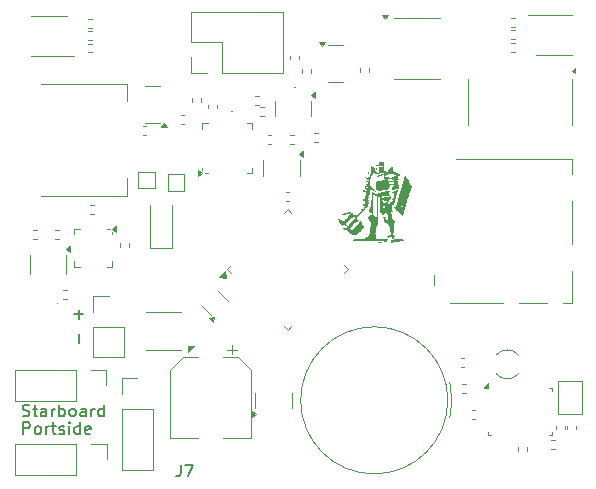
<source format=gbr>
%TF.GenerationSoftware,KiCad,Pcbnew,8.0.4*%
%TF.CreationDate,2024-11-08T09:04:54-08:00*%
%TF.ProjectId,Vanguard_new,56616e67-7561-4726-945f-6e65772e6b69,rev?*%
%TF.SameCoordinates,Original*%
%TF.FileFunction,Legend,Top*%
%TF.FilePolarity,Positive*%
%FSLAX46Y46*%
G04 Gerber Fmt 4.6, Leading zero omitted, Abs format (unit mm)*
G04 Created by KiCad (PCBNEW 8.0.4) date 2024-11-08 09:04:54*
%MOMM*%
%LPD*%
G01*
G04 APERTURE LIST*
%ADD10C,0.150000*%
%ADD11C,0.100000*%
%ADD12C,0.120000*%
%ADD13C,0.000000*%
G04 APERTURE END LIST*
D10*
X143749160Y-128302200D02*
X143892017Y-128349819D01*
X143892017Y-128349819D02*
X144130112Y-128349819D01*
X144130112Y-128349819D02*
X144225350Y-128302200D01*
X144225350Y-128302200D02*
X144272969Y-128254580D01*
X144272969Y-128254580D02*
X144320588Y-128159342D01*
X144320588Y-128159342D02*
X144320588Y-128064104D01*
X144320588Y-128064104D02*
X144272969Y-127968866D01*
X144272969Y-127968866D02*
X144225350Y-127921247D01*
X144225350Y-127921247D02*
X144130112Y-127873628D01*
X144130112Y-127873628D02*
X143939636Y-127826009D01*
X143939636Y-127826009D02*
X143844398Y-127778390D01*
X143844398Y-127778390D02*
X143796779Y-127730771D01*
X143796779Y-127730771D02*
X143749160Y-127635533D01*
X143749160Y-127635533D02*
X143749160Y-127540295D01*
X143749160Y-127540295D02*
X143796779Y-127445057D01*
X143796779Y-127445057D02*
X143844398Y-127397438D01*
X143844398Y-127397438D02*
X143939636Y-127349819D01*
X143939636Y-127349819D02*
X144177731Y-127349819D01*
X144177731Y-127349819D02*
X144320588Y-127397438D01*
X144606303Y-127683152D02*
X144987255Y-127683152D01*
X144749160Y-127349819D02*
X144749160Y-128206961D01*
X144749160Y-128206961D02*
X144796779Y-128302200D01*
X144796779Y-128302200D02*
X144892017Y-128349819D01*
X144892017Y-128349819D02*
X144987255Y-128349819D01*
X145749160Y-128349819D02*
X145749160Y-127826009D01*
X145749160Y-127826009D02*
X145701541Y-127730771D01*
X145701541Y-127730771D02*
X145606303Y-127683152D01*
X145606303Y-127683152D02*
X145415827Y-127683152D01*
X145415827Y-127683152D02*
X145320589Y-127730771D01*
X145749160Y-128302200D02*
X145653922Y-128349819D01*
X145653922Y-128349819D02*
X145415827Y-128349819D01*
X145415827Y-128349819D02*
X145320589Y-128302200D01*
X145320589Y-128302200D02*
X145272970Y-128206961D01*
X145272970Y-128206961D02*
X145272970Y-128111723D01*
X145272970Y-128111723D02*
X145320589Y-128016485D01*
X145320589Y-128016485D02*
X145415827Y-127968866D01*
X145415827Y-127968866D02*
X145653922Y-127968866D01*
X145653922Y-127968866D02*
X145749160Y-127921247D01*
X146225351Y-128349819D02*
X146225351Y-127683152D01*
X146225351Y-127873628D02*
X146272970Y-127778390D01*
X146272970Y-127778390D02*
X146320589Y-127730771D01*
X146320589Y-127730771D02*
X146415827Y-127683152D01*
X146415827Y-127683152D02*
X146511065Y-127683152D01*
X146844399Y-128349819D02*
X146844399Y-127349819D01*
X146844399Y-127730771D02*
X146939637Y-127683152D01*
X146939637Y-127683152D02*
X147130113Y-127683152D01*
X147130113Y-127683152D02*
X147225351Y-127730771D01*
X147225351Y-127730771D02*
X147272970Y-127778390D01*
X147272970Y-127778390D02*
X147320589Y-127873628D01*
X147320589Y-127873628D02*
X147320589Y-128159342D01*
X147320589Y-128159342D02*
X147272970Y-128254580D01*
X147272970Y-128254580D02*
X147225351Y-128302200D01*
X147225351Y-128302200D02*
X147130113Y-128349819D01*
X147130113Y-128349819D02*
X146939637Y-128349819D01*
X146939637Y-128349819D02*
X146844399Y-128302200D01*
X147892018Y-128349819D02*
X147796780Y-128302200D01*
X147796780Y-128302200D02*
X147749161Y-128254580D01*
X147749161Y-128254580D02*
X147701542Y-128159342D01*
X147701542Y-128159342D02*
X147701542Y-127873628D01*
X147701542Y-127873628D02*
X147749161Y-127778390D01*
X147749161Y-127778390D02*
X147796780Y-127730771D01*
X147796780Y-127730771D02*
X147892018Y-127683152D01*
X147892018Y-127683152D02*
X148034875Y-127683152D01*
X148034875Y-127683152D02*
X148130113Y-127730771D01*
X148130113Y-127730771D02*
X148177732Y-127778390D01*
X148177732Y-127778390D02*
X148225351Y-127873628D01*
X148225351Y-127873628D02*
X148225351Y-128159342D01*
X148225351Y-128159342D02*
X148177732Y-128254580D01*
X148177732Y-128254580D02*
X148130113Y-128302200D01*
X148130113Y-128302200D02*
X148034875Y-128349819D01*
X148034875Y-128349819D02*
X147892018Y-128349819D01*
X149082494Y-128349819D02*
X149082494Y-127826009D01*
X149082494Y-127826009D02*
X149034875Y-127730771D01*
X149034875Y-127730771D02*
X148939637Y-127683152D01*
X148939637Y-127683152D02*
X148749161Y-127683152D01*
X148749161Y-127683152D02*
X148653923Y-127730771D01*
X149082494Y-128302200D02*
X148987256Y-128349819D01*
X148987256Y-128349819D02*
X148749161Y-128349819D01*
X148749161Y-128349819D02*
X148653923Y-128302200D01*
X148653923Y-128302200D02*
X148606304Y-128206961D01*
X148606304Y-128206961D02*
X148606304Y-128111723D01*
X148606304Y-128111723D02*
X148653923Y-128016485D01*
X148653923Y-128016485D02*
X148749161Y-127968866D01*
X148749161Y-127968866D02*
X148987256Y-127968866D01*
X148987256Y-127968866D02*
X149082494Y-127921247D01*
X149558685Y-128349819D02*
X149558685Y-127683152D01*
X149558685Y-127873628D02*
X149606304Y-127778390D01*
X149606304Y-127778390D02*
X149653923Y-127730771D01*
X149653923Y-127730771D02*
X149749161Y-127683152D01*
X149749161Y-127683152D02*
X149844399Y-127683152D01*
X150606304Y-128349819D02*
X150606304Y-127349819D01*
X150606304Y-128302200D02*
X150511066Y-128349819D01*
X150511066Y-128349819D02*
X150320590Y-128349819D01*
X150320590Y-128349819D02*
X150225352Y-128302200D01*
X150225352Y-128302200D02*
X150177733Y-128254580D01*
X150177733Y-128254580D02*
X150130114Y-128159342D01*
X150130114Y-128159342D02*
X150130114Y-127873628D01*
X150130114Y-127873628D02*
X150177733Y-127778390D01*
X150177733Y-127778390D02*
X150225352Y-127730771D01*
X150225352Y-127730771D02*
X150320590Y-127683152D01*
X150320590Y-127683152D02*
X150511066Y-127683152D01*
X150511066Y-127683152D02*
X150606304Y-127730771D01*
X143796779Y-129849819D02*
X143796779Y-128849819D01*
X143796779Y-128849819D02*
X144177731Y-128849819D01*
X144177731Y-128849819D02*
X144272969Y-128897438D01*
X144272969Y-128897438D02*
X144320588Y-128945057D01*
X144320588Y-128945057D02*
X144368207Y-129040295D01*
X144368207Y-129040295D02*
X144368207Y-129183152D01*
X144368207Y-129183152D02*
X144320588Y-129278390D01*
X144320588Y-129278390D02*
X144272969Y-129326009D01*
X144272969Y-129326009D02*
X144177731Y-129373628D01*
X144177731Y-129373628D02*
X143796779Y-129373628D01*
X144939636Y-129849819D02*
X144844398Y-129802200D01*
X144844398Y-129802200D02*
X144796779Y-129754580D01*
X144796779Y-129754580D02*
X144749160Y-129659342D01*
X144749160Y-129659342D02*
X144749160Y-129373628D01*
X144749160Y-129373628D02*
X144796779Y-129278390D01*
X144796779Y-129278390D02*
X144844398Y-129230771D01*
X144844398Y-129230771D02*
X144939636Y-129183152D01*
X144939636Y-129183152D02*
X145082493Y-129183152D01*
X145082493Y-129183152D02*
X145177731Y-129230771D01*
X145177731Y-129230771D02*
X145225350Y-129278390D01*
X145225350Y-129278390D02*
X145272969Y-129373628D01*
X145272969Y-129373628D02*
X145272969Y-129659342D01*
X145272969Y-129659342D02*
X145225350Y-129754580D01*
X145225350Y-129754580D02*
X145177731Y-129802200D01*
X145177731Y-129802200D02*
X145082493Y-129849819D01*
X145082493Y-129849819D02*
X144939636Y-129849819D01*
X145701541Y-129849819D02*
X145701541Y-129183152D01*
X145701541Y-129373628D02*
X145749160Y-129278390D01*
X145749160Y-129278390D02*
X145796779Y-129230771D01*
X145796779Y-129230771D02*
X145892017Y-129183152D01*
X145892017Y-129183152D02*
X145987255Y-129183152D01*
X146177732Y-129183152D02*
X146558684Y-129183152D01*
X146320589Y-128849819D02*
X146320589Y-129706961D01*
X146320589Y-129706961D02*
X146368208Y-129802200D01*
X146368208Y-129802200D02*
X146463446Y-129849819D01*
X146463446Y-129849819D02*
X146558684Y-129849819D01*
X146844399Y-129802200D02*
X146939637Y-129849819D01*
X146939637Y-129849819D02*
X147130113Y-129849819D01*
X147130113Y-129849819D02*
X147225351Y-129802200D01*
X147225351Y-129802200D02*
X147272970Y-129706961D01*
X147272970Y-129706961D02*
X147272970Y-129659342D01*
X147272970Y-129659342D02*
X147225351Y-129564104D01*
X147225351Y-129564104D02*
X147130113Y-129516485D01*
X147130113Y-129516485D02*
X146987256Y-129516485D01*
X146987256Y-129516485D02*
X146892018Y-129468866D01*
X146892018Y-129468866D02*
X146844399Y-129373628D01*
X146844399Y-129373628D02*
X146844399Y-129326009D01*
X146844399Y-129326009D02*
X146892018Y-129230771D01*
X146892018Y-129230771D02*
X146987256Y-129183152D01*
X146987256Y-129183152D02*
X147130113Y-129183152D01*
X147130113Y-129183152D02*
X147225351Y-129230771D01*
X147701542Y-129849819D02*
X147701542Y-129183152D01*
X147701542Y-128849819D02*
X147653923Y-128897438D01*
X147653923Y-128897438D02*
X147701542Y-128945057D01*
X147701542Y-128945057D02*
X147749161Y-128897438D01*
X147749161Y-128897438D02*
X147701542Y-128849819D01*
X147701542Y-128849819D02*
X147701542Y-128945057D01*
X148606303Y-129849819D02*
X148606303Y-128849819D01*
X148606303Y-129802200D02*
X148511065Y-129849819D01*
X148511065Y-129849819D02*
X148320589Y-129849819D01*
X148320589Y-129849819D02*
X148225351Y-129802200D01*
X148225351Y-129802200D02*
X148177732Y-129754580D01*
X148177732Y-129754580D02*
X148130113Y-129659342D01*
X148130113Y-129659342D02*
X148130113Y-129373628D01*
X148130113Y-129373628D02*
X148177732Y-129278390D01*
X148177732Y-129278390D02*
X148225351Y-129230771D01*
X148225351Y-129230771D02*
X148320589Y-129183152D01*
X148320589Y-129183152D02*
X148511065Y-129183152D01*
X148511065Y-129183152D02*
X148606303Y-129230771D01*
X149463446Y-129802200D02*
X149368208Y-129849819D01*
X149368208Y-129849819D02*
X149177732Y-129849819D01*
X149177732Y-129849819D02*
X149082494Y-129802200D01*
X149082494Y-129802200D02*
X149034875Y-129706961D01*
X149034875Y-129706961D02*
X149034875Y-129326009D01*
X149034875Y-129326009D02*
X149082494Y-129230771D01*
X149082494Y-129230771D02*
X149177732Y-129183152D01*
X149177732Y-129183152D02*
X149368208Y-129183152D01*
X149368208Y-129183152D02*
X149463446Y-129230771D01*
X149463446Y-129230771D02*
X149511065Y-129326009D01*
X149511065Y-129326009D02*
X149511065Y-129421247D01*
X149511065Y-129421247D02*
X149034875Y-129516485D01*
X148511133Y-119336779D02*
X148511133Y-120098684D01*
X148130180Y-119717731D02*
X148892085Y-119717731D01*
X148511133Y-121336779D02*
X148511133Y-122098684D01*
X157126666Y-132434819D02*
X157126666Y-133149104D01*
X157126666Y-133149104D02*
X157079047Y-133291961D01*
X157079047Y-133291961D02*
X156983809Y-133387200D01*
X156983809Y-133387200D02*
X156840952Y-133434819D01*
X156840952Y-133434819D02*
X156745714Y-133434819D01*
X157507619Y-132434819D02*
X158174285Y-132434819D01*
X158174285Y-132434819D02*
X157745714Y-133434819D01*
D11*
%TO.C,D3*%
X166840000Y-100477500D02*
G75*
G02*
X166740000Y-100477500I-50000J0D01*
G01*
X166740000Y-100477500D02*
G75*
G02*
X166840000Y-100477500I50000J0D01*
G01*
D12*
%TO.C,J1*%
X152600000Y-100167500D02*
X145340000Y-100167500D01*
X152600000Y-100167500D02*
X152600000Y-101667500D01*
X152600000Y-108167500D02*
X152600000Y-109667500D01*
X152600000Y-109667500D02*
X145340000Y-109667500D01*
%TO.C,R11*%
X159440000Y-101953859D02*
X159440000Y-102261141D01*
X160200000Y-101953859D02*
X160200000Y-102261141D01*
%TO.C,U3*%
X177145000Y-94625000D02*
X175195000Y-94625000D01*
X177145000Y-94625000D02*
X179095000Y-94625000D01*
X177145000Y-99745000D02*
X175195000Y-99745000D01*
X177145000Y-99745000D02*
X179095000Y-99745000D01*
X174445000Y-94720000D02*
X174205000Y-94390000D01*
X174685000Y-94390000D01*
X174445000Y-94720000D01*
G36*
X174445000Y-94720000D02*
G01*
X174205000Y-94390000D01*
X174685000Y-94390000D01*
X174445000Y-94720000D01*
G37*
%TO.C,R27*%
X149583641Y-94680000D02*
X149276359Y-94680000D01*
X149583641Y-95440000D02*
X149276359Y-95440000D01*
D11*
%TO.C,D5*%
X146715000Y-118832500D02*
G75*
G02*
X146615000Y-118832500I-50000J0D01*
G01*
X146615000Y-118832500D02*
G75*
G02*
X146715000Y-118832500I50000J0D01*
G01*
D12*
%TO.C,TP2*%
X153550000Y-107617500D02*
X154950000Y-107617500D01*
X153550000Y-109017500D02*
X153550000Y-107617500D01*
X154950000Y-107617500D02*
X154950000Y-109017500D01*
X154950000Y-109017500D02*
X153550000Y-109017500D01*
%TO.C,R13*%
X172280000Y-99171141D02*
X172280000Y-98863859D01*
X173040000Y-99171141D02*
X173040000Y-98863859D01*
%TO.C,R19*%
X188478859Y-130320000D02*
X188786141Y-130320000D01*
X188478859Y-131080000D02*
X188786141Y-131080000D01*
%TO.C,R16*%
X144928641Y-112572500D02*
X144621359Y-112572500D01*
X144928641Y-113332500D02*
X144621359Y-113332500D01*
%TO.C,R5*%
X164803641Y-104537500D02*
X164496359Y-104537500D01*
X164803641Y-105297500D02*
X164496359Y-105297500D01*
%TO.C,U2*%
X161064689Y-115890000D02*
X161382887Y-116208198D01*
X161382887Y-115571802D02*
X161064689Y-115890000D01*
X165851802Y-111102887D02*
X166170000Y-110784689D01*
X166170000Y-110784689D02*
X166488198Y-111102887D01*
X166170000Y-120995311D02*
X165851802Y-120677113D01*
X166488198Y-120677113D02*
X166170000Y-120995311D01*
X170957113Y-116208198D02*
X171275311Y-115890000D01*
X171275311Y-115890000D02*
X170957113Y-115571802D01*
X160965694Y-116625391D02*
X160392938Y-116533467D01*
X160873770Y-116052635D01*
X160965694Y-116625391D01*
G36*
X160965694Y-116625391D02*
G01*
X160392938Y-116533467D01*
X160873770Y-116052635D01*
X160965694Y-116625391D01*
G37*
D11*
%TO.C,D2*%
X161537500Y-102557500D02*
G75*
G02*
X161437500Y-102557500I-50000J0D01*
G01*
X161437500Y-102557500D02*
G75*
G02*
X161537500Y-102557500I50000J0D01*
G01*
D12*
%TO.C,R21*%
X180966359Y-125570000D02*
X181273641Y-125570000D01*
X180966359Y-126330000D02*
X181273641Y-126330000D01*
%TO.C,R22*%
X180826359Y-123390000D02*
X181133641Y-123390000D01*
X180826359Y-124150000D02*
X181133641Y-124150000D01*
%TO.C,J2*%
X158035000Y-94092500D02*
X165775000Y-94092500D01*
X158035000Y-96692500D02*
X158035000Y-94092500D01*
X158035000Y-99292500D02*
X158035000Y-97962500D01*
X159365000Y-99292500D02*
X158035000Y-99292500D01*
X160635000Y-96692500D02*
X158035000Y-96692500D01*
X160635000Y-99292500D02*
X160635000Y-96692500D01*
X160635000Y-99292500D02*
X165775000Y-99292500D01*
X165775000Y-99292500D02*
X165775000Y-94092500D01*
%TO.C,R15*%
X146818641Y-112572500D02*
X146511359Y-112572500D01*
X146818641Y-113332500D02*
X146511359Y-113332500D01*
%TO.C,D1*%
X154070000Y-103537500D02*
X155340000Y-103537500D01*
X155370000Y-100417500D02*
X154070000Y-100417500D01*
X155960000Y-103817500D02*
X155480000Y-103817500D01*
X155720000Y-103487500D01*
X155960000Y-103817500D01*
G36*
X155960000Y-103817500D02*
G01*
X155480000Y-103817500D01*
X155720000Y-103487500D01*
X155960000Y-103817500D01*
G37*
%TO.C,PORTSIDE_RGB1*%
X186565000Y-94330000D02*
X190280000Y-94330000D01*
X187230000Y-97730000D02*
X190280000Y-97730000D01*
%TO.C,R29*%
X185418641Y-95650000D02*
X185111359Y-95650000D01*
X185418641Y-96410000D02*
X185111359Y-96410000D01*
%TO.C,J7*%
X152130000Y-125110000D02*
X153460000Y-125110000D01*
X152130000Y-126440000D02*
X152130000Y-125110000D01*
X152130000Y-127710000D02*
X152130000Y-132850000D01*
X152130000Y-127710000D02*
X154790000Y-127710000D01*
X152130000Y-132850000D02*
X154790000Y-132850000D01*
X154790000Y-127710000D02*
X154790000Y-132850000D01*
%TO.C,R9*%
X163721141Y-101237500D02*
X163413859Y-101237500D01*
X163721141Y-101997500D02*
X163413859Y-101997500D01*
%TO.C,U5*%
X159655233Y-119732168D02*
X158962269Y-119039203D01*
X161097731Y-118600797D02*
X160249203Y-117752269D01*
X159850089Y-120357556D02*
X159510678Y-120018144D01*
X159913729Y-119954505D01*
X159850089Y-120357556D01*
G36*
X159850089Y-120357556D02*
G01*
X159510678Y-120018144D01*
X159913729Y-119954505D01*
X159850089Y-120357556D01*
G37*
%TO.C,R17*%
X147191359Y-117612500D02*
X147498641Y-117612500D01*
X147191359Y-118372500D02*
X147498641Y-118372500D01*
%TO.C,U6*%
X183132500Y-129940000D02*
X183132500Y-129680000D01*
X183132500Y-129940000D02*
X183392500Y-129940000D01*
X188552500Y-125920000D02*
X188292500Y-125920000D01*
X188552500Y-125920000D02*
X188552500Y-126180000D01*
X188552500Y-129940000D02*
X188292500Y-129940000D01*
X188552500Y-129940000D02*
X188552500Y-129680000D01*
D11*
X183132500Y-125920000D02*
X182772500Y-125920000D01*
X183132500Y-125560000D01*
X183132500Y-125920000D01*
G36*
X183132500Y-125920000D02*
G01*
X182772500Y-125920000D01*
X183132500Y-125560000D01*
X183132500Y-125920000D01*
G37*
D12*
%TO.C,R3*%
X166410000Y-97798859D02*
X166410000Y-98106141D01*
X167170000Y-97798859D02*
X167170000Y-98106141D01*
%TO.C,Q3*%
X165072500Y-102287500D02*
X165072500Y-101637500D01*
X165072500Y-102287500D02*
X165072500Y-102937500D01*
X168192500Y-102287500D02*
X168192500Y-101637500D01*
X168192500Y-102287500D02*
X168192500Y-102937500D01*
X168472500Y-101365000D02*
X168142500Y-101125000D01*
X168472500Y-100885000D01*
X168472500Y-101365000D01*
G36*
X168472500Y-101365000D02*
G01*
X168142500Y-101125000D01*
X168472500Y-100885000D01*
X168472500Y-101365000D01*
G37*
%TO.C,J3*%
X178590000Y-117260000D02*
X178590000Y-116400000D01*
X179960000Y-118740000D02*
X184410000Y-118740000D01*
X185810000Y-118740000D02*
X188110000Y-118740000D01*
X189510000Y-118740000D02*
X190230000Y-118740000D01*
X190230000Y-106560000D02*
X180410000Y-106560000D01*
X190230000Y-107790000D02*
X190230000Y-106560000D01*
X190230000Y-113760000D02*
X190230000Y-110090000D01*
X190230000Y-118740000D02*
X190230000Y-116060000D01*
%TO.C,U9*%
X148120000Y-112467500D02*
X148595000Y-112467500D01*
X148120000Y-112942500D02*
X148120000Y-112467500D01*
X148120000Y-115212500D02*
X148120000Y-115687500D01*
X148120000Y-115687500D02*
X148595000Y-115687500D01*
X150865000Y-112467500D02*
X151100000Y-112467500D01*
X151340000Y-112942500D02*
X151340000Y-112767500D01*
X151340000Y-115212500D02*
X151340000Y-115687500D01*
X151340000Y-115687500D02*
X150865000Y-115687500D01*
X151670000Y-112707500D02*
X151340000Y-112467500D01*
X151670000Y-112227500D01*
X151670000Y-112707500D01*
G36*
X151670000Y-112707500D02*
G01*
X151340000Y-112467500D01*
X151670000Y-112227500D01*
X151670000Y-112707500D01*
G37*
%TO.C,R14*%
X151955000Y-113698859D02*
X151955000Y-114006141D01*
X152715000Y-113698859D02*
X152715000Y-114006141D01*
%TO.C,R31*%
X153896359Y-103767500D02*
X154203641Y-103767500D01*
X153896359Y-104527500D02*
X154203641Y-104527500D01*
%TO.C,R26*%
X149583641Y-95740000D02*
X149276359Y-95740000D01*
X149583641Y-96500000D02*
X149276359Y-96500000D01*
%TO.C,Y1*%
X183832939Y-123165686D02*
G75*
G02*
X185732500Y-123166219I949561J-781814D01*
G01*
X185732500Y-124728781D02*
G75*
G02*
X183832939Y-124729314I-950000J781281D01*
G01*
%TO.C,R6*%
X166683641Y-104527500D02*
X166376359Y-104527500D01*
X166683641Y-105287500D02*
X166376359Y-105287500D01*
%TO.C,U4*%
X144325000Y-115472500D02*
X144325000Y-114672500D01*
X144325000Y-115472500D02*
X144325000Y-116272500D01*
X147445000Y-115472500D02*
X147445000Y-114672500D01*
X147445000Y-115472500D02*
X147445000Y-116272500D01*
X147725000Y-114412500D02*
X147395000Y-114172500D01*
X147725000Y-113932500D01*
X147725000Y-114412500D01*
G36*
X147725000Y-114412500D02*
G01*
X147395000Y-114172500D01*
X147725000Y-113932500D01*
X147725000Y-114412500D01*
G37*
%TO.C,R30*%
X185428641Y-96700000D02*
X185121359Y-96700000D01*
X185428641Y-97460000D02*
X185121359Y-97460000D01*
%TO.C,R20*%
X188912500Y-129146359D02*
X188912500Y-129453641D01*
X189672500Y-129146359D02*
X189672500Y-129453641D01*
%TO.C,R24*%
X181768859Y-127810000D02*
X182076141Y-127810000D01*
X181768859Y-128570000D02*
X182076141Y-128570000D01*
D13*
%TO.C,*%
G36*
X173700078Y-107271744D02*
G01*
X173705548Y-107313568D01*
X173708237Y-107376853D01*
X173708414Y-107400681D01*
X173706735Y-107469701D01*
X173702088Y-107518936D01*
X173695056Y-107543130D01*
X173692409Y-107544726D01*
X173684740Y-107529617D01*
X173679269Y-107487793D01*
X173676581Y-107424509D01*
X173676404Y-107400681D01*
X173678083Y-107331660D01*
X173682730Y-107282425D01*
X173689761Y-107258231D01*
X173692409Y-107256635D01*
X173700078Y-107271744D01*
G37*
G36*
X174003776Y-113536772D02*
G01*
X174039941Y-113550961D01*
X174075366Y-113569119D01*
X174146225Y-113606180D01*
X174099374Y-113635371D01*
X174056308Y-113663882D01*
X174020512Y-113690082D01*
X174001515Y-113702374D01*
X173981205Y-113704544D01*
X173951322Y-113694981D01*
X173903610Y-113672073D01*
X173888411Y-113664320D01*
X173788320Y-113613038D01*
X173878341Y-113571824D01*
X173934245Y-113547049D01*
X173972300Y-113535416D01*
X174003776Y-113536772D01*
G37*
G36*
X173823410Y-107277792D02*
G01*
X173830542Y-107296694D01*
X173834580Y-107334511D01*
X173836264Y-107396413D01*
X173836454Y-107440693D01*
X173834805Y-107520280D01*
X173830344Y-107574688D01*
X173823806Y-107602566D01*
X173815923Y-107602561D01*
X173807427Y-107573318D01*
X173799051Y-107513486D01*
X173798722Y-107510368D01*
X173790060Y-107409033D01*
X173788531Y-107337049D01*
X173794242Y-107292534D01*
X173807303Y-107273610D01*
X173812447Y-107272640D01*
X173823410Y-107277792D01*
G37*
G36*
X171351923Y-110740632D02*
G01*
X171381597Y-110765848D01*
X171413219Y-110795289D01*
X171463466Y-110842600D01*
X171509720Y-110885614D01*
X171543121Y-110916101D01*
X171546750Y-110919328D01*
X171568330Y-110942297D01*
X171570235Y-110953566D01*
X171568487Y-110953800D01*
X171548626Y-110943764D01*
X171513146Y-110917449D01*
X171469715Y-110880542D01*
X171469533Y-110880378D01*
X171421365Y-110834130D01*
X171378244Y-110787712D01*
X171353294Y-110756339D01*
X171342789Y-110737658D01*
X171351923Y-110740632D01*
G37*
G36*
X173066949Y-107663438D02*
G01*
X173074439Y-107705480D01*
X173082071Y-107761033D01*
X173088848Y-107821189D01*
X173093774Y-107877045D01*
X173095854Y-107919693D01*
X173094089Y-107940229D01*
X173093801Y-107940603D01*
X173083207Y-107932184D01*
X173064694Y-107901136D01*
X173044852Y-107859824D01*
X173014786Y-107788928D01*
X172998403Y-107740144D01*
X172994865Y-107707059D01*
X173003329Y-107683261D01*
X173019389Y-107665495D01*
X173045838Y-107646425D01*
X173060597Y-107643811D01*
X173066949Y-107663438D01*
G37*
G36*
X171601604Y-111049638D02*
G01*
X171602847Y-111050526D01*
X171609074Y-111064262D01*
X171602776Y-111065835D01*
X171582719Y-111075554D01*
X171548425Y-111100381D01*
X171525454Y-111119365D01*
X171496158Y-111142702D01*
X171465449Y-111161180D01*
X171426917Y-111177148D01*
X171374154Y-111192957D01*
X171300751Y-111210958D01*
X171235635Y-111225682D01*
X171183418Y-111237442D01*
X171137606Y-111247994D01*
X171131602Y-111249409D01*
X171094865Y-111257031D01*
X171037886Y-111267625D01*
X170968304Y-111279907D01*
X170893759Y-111292594D01*
X170821893Y-111304402D01*
X170760344Y-111314048D01*
X170716755Y-111320250D01*
X170700219Y-111321870D01*
X170696217Y-111312134D01*
X170714164Y-111285487D01*
X170736703Y-111260738D01*
X170776396Y-111224799D01*
X170816880Y-111202015D01*
X170870795Y-111186254D01*
X170904003Y-111179597D01*
X170981181Y-111164353D01*
X171065424Y-111146354D01*
X171115597Y-111134881D01*
X171239621Y-111106413D01*
X171351263Y-111082813D01*
X171446902Y-111064709D01*
X171522919Y-111052727D01*
X171575693Y-111047495D01*
X171601604Y-111049638D01*
G37*
G36*
X176144460Y-107930762D02*
G01*
X176146566Y-107935801D01*
X176160651Y-107960276D01*
X176190015Y-108003850D01*
X176230165Y-108060448D01*
X176276611Y-108123994D01*
X176324863Y-108188410D01*
X176370430Y-108247621D01*
X176408821Y-108295550D01*
X176433310Y-108323790D01*
X176462990Y-108359258D01*
X176474416Y-108390562D01*
X176472352Y-108433492D01*
X176470447Y-108446831D01*
X176466464Y-108496579D01*
X176475094Y-108536531D01*
X176500156Y-108583123D01*
X176503255Y-108588057D01*
X176531617Y-108636226D01*
X176566869Y-108700734D01*
X176602172Y-108769002D01*
X176608018Y-108780745D01*
X176669145Y-108904414D01*
X176523383Y-109356927D01*
X176472760Y-109514457D01*
X176429987Y-109648577D01*
X176392912Y-109766284D01*
X176359384Y-109874577D01*
X176327252Y-109980452D01*
X176294366Y-110090907D01*
X176258573Y-110212941D01*
X176229304Y-110313598D01*
X176190739Y-110446644D01*
X176159830Y-110553539D01*
X176135281Y-110638865D01*
X176115795Y-110707203D01*
X176100073Y-110763135D01*
X176086819Y-110811241D01*
X176074736Y-110856104D01*
X176062526Y-110902304D01*
X176061612Y-110905785D01*
X176043690Y-110972761D01*
X176027193Y-111032088D01*
X176014931Y-111073734D01*
X176012308Y-111081840D01*
X176003200Y-111116881D01*
X175991736Y-111172392D01*
X175980207Y-111237171D01*
X175978790Y-111245892D01*
X175968390Y-111304057D01*
X175958577Y-111347603D01*
X175951120Y-111368951D01*
X175949825Y-111369931D01*
X175933788Y-111360146D01*
X175902313Y-111335015D01*
X175876922Y-111313009D01*
X175828355Y-111271778D01*
X175768805Y-111224037D01*
X175725049Y-111190560D01*
X175681862Y-111155275D01*
X175623197Y-111102986D01*
X175574942Y-111057832D01*
X175821079Y-111057832D01*
X175829082Y-111065835D01*
X175837084Y-111057832D01*
X175829082Y-111049830D01*
X175821079Y-111057832D01*
X175574942Y-111057832D01*
X175555697Y-111039824D01*
X175486007Y-110971923D01*
X175460966Y-110946795D01*
X175395000Y-110880644D01*
X175331883Y-110818485D01*
X175277290Y-110765828D01*
X175236898Y-110728184D01*
X175225196Y-110717890D01*
X175193125Y-110687674D01*
X175176939Y-110666269D01*
X175177181Y-110660594D01*
X175197941Y-110652247D01*
X175238675Y-110637937D01*
X175239059Y-110637809D01*
X175795010Y-110637809D01*
X175796550Y-110664670D01*
X175797205Y-110665924D01*
X175821800Y-110680861D01*
X175852224Y-110673039D01*
X175864145Y-110661708D01*
X175875621Y-110636222D01*
X175891768Y-110587455D01*
X175910648Y-110522897D01*
X175930321Y-110450039D01*
X175948847Y-110376374D01*
X175964288Y-110309393D01*
X175974703Y-110256588D01*
X175978153Y-110225450D01*
X175977844Y-110222518D01*
X175968916Y-110217586D01*
X175951555Y-110238206D01*
X175927928Y-110279728D01*
X175900202Y-110337499D01*
X175870544Y-110406870D01*
X175841122Y-110483187D01*
X175814103Y-110561800D01*
X175802944Y-110597903D01*
X175795010Y-110637809D01*
X175239059Y-110637809D01*
X175271264Y-110627087D01*
X175319835Y-110609278D01*
X175346263Y-110591252D01*
X175359410Y-110564839D01*
X175364731Y-110540929D01*
X175373057Y-110505608D01*
X175388892Y-110446357D01*
X175410375Y-110369851D01*
X175435645Y-110282767D01*
X175452644Y-110225570D01*
X175485712Y-110114117D01*
X175522298Y-109988785D01*
X175558415Y-109863355D01*
X175590073Y-109751606D01*
X175596269Y-109729414D01*
X175622238Y-109636363D01*
X175625179Y-109625884D01*
X176134300Y-109625884D01*
X176134887Y-109628147D01*
X176150539Y-109636245D01*
X176169557Y-109614237D01*
X176192511Y-109561398D01*
X176196831Y-109549339D01*
X176216642Y-109488248D01*
X176242275Y-109402291D01*
X176272004Y-109297709D01*
X176304102Y-109180741D01*
X176336841Y-109057629D01*
X176368494Y-108934613D01*
X176382926Y-108876902D01*
X176402366Y-108799134D01*
X176419562Y-108731835D01*
X176432818Y-108681531D01*
X176440442Y-108654748D01*
X176441028Y-108653075D01*
X176438628Y-108635058D01*
X176432269Y-108633069D01*
X176425156Y-108635674D01*
X176417292Y-108646020D01*
X176407311Y-108667900D01*
X176393845Y-108705110D01*
X176375526Y-108761444D01*
X176350986Y-108840695D01*
X176318859Y-108946659D01*
X176316895Y-108953170D01*
X176293296Y-109030746D01*
X176270346Y-109105022D01*
X176251243Y-109165700D01*
X176242315Y-109193245D01*
X176222137Y-109257898D01*
X176200862Y-109332451D01*
X176180097Y-109410393D01*
X176161451Y-109485216D01*
X176146531Y-109550411D01*
X176136944Y-109599470D01*
X176134300Y-109625884D01*
X175625179Y-109625884D01*
X175647924Y-109544838D01*
X175670866Y-109463573D01*
X175688603Y-109401300D01*
X175693214Y-109385306D01*
X175708262Y-109333337D01*
X175729831Y-109258792D01*
X175755556Y-109169845D01*
X175783072Y-109074671D01*
X175797374Y-109025192D01*
X175828862Y-108916660D01*
X175863691Y-108797300D01*
X175898140Y-108679821D01*
X175928490Y-108576931D01*
X175935576Y-108553044D01*
X175960051Y-108470400D01*
X175982247Y-108394970D01*
X176000053Y-108333969D01*
X176011354Y-108294610D01*
X176012926Y-108288960D01*
X176024648Y-108250370D01*
X176043323Y-108193254D01*
X176065142Y-108129232D01*
X176067627Y-108122105D01*
X176087757Y-108058822D01*
X176102515Y-108001560D01*
X176109068Y-107961511D01*
X176109170Y-107958054D01*
X176115025Y-107923535D01*
X176128723Y-107913287D01*
X176144460Y-107930762D01*
G37*
G36*
X174352105Y-107157641D02*
G01*
X174344226Y-107539825D01*
X174406439Y-107550102D01*
X174459767Y-107557070D01*
X174507706Y-107560491D01*
X174512165Y-107560555D01*
X174530951Y-107560562D01*
X174542761Y-107563453D01*
X174546715Y-107573799D01*
X174541936Y-107596171D01*
X174527544Y-107635142D01*
X174502661Y-107695282D01*
X174472592Y-107766493D01*
X174444101Y-107835510D01*
X174419240Y-107898410D01*
X174401526Y-107946165D01*
X174395928Y-107963308D01*
X174390501Y-107981843D01*
X174389016Y-107996225D01*
X174395336Y-108008521D01*
X174413328Y-108020796D01*
X174446856Y-108035119D01*
X174499783Y-108053555D01*
X174575977Y-108078171D01*
X174661709Y-108105430D01*
X174870769Y-108171975D01*
X175109850Y-108056277D01*
X175191353Y-108016843D01*
X175263791Y-107981812D01*
X175321800Y-107953775D01*
X175360018Y-107935325D01*
X175371985Y-107929568D01*
X175397882Y-107909793D01*
X175393090Y-107891718D01*
X175358928Y-107877505D01*
X175337745Y-107873447D01*
X175091509Y-107827965D01*
X174966891Y-107799052D01*
X174840931Y-107768005D01*
X174766828Y-107812266D01*
X174724891Y-107835895D01*
X174670244Y-107864784D01*
X174610340Y-107895239D01*
X174552633Y-107923568D01*
X174504576Y-107946079D01*
X174473621Y-107959078D01*
X174466910Y-107960857D01*
X174471147Y-107948623D01*
X174489145Y-107916471D01*
X174517071Y-107871224D01*
X174518604Y-107868828D01*
X174576288Y-107777217D01*
X174622090Y-107700203D01*
X174662567Y-107626216D01*
X174704275Y-107543688D01*
X174712948Y-107525948D01*
X174748292Y-107458531D01*
X174778486Y-107414596D01*
X174808722Y-107387332D01*
X174826146Y-107377502D01*
X174865299Y-107353171D01*
X174915623Y-107314537D01*
X174963735Y-107272241D01*
X175006229Y-107233322D01*
X175039762Y-107204955D01*
X175057686Y-107192734D01*
X175058385Y-107192615D01*
X175062502Y-107207566D01*
X175065856Y-107248206D01*
X175068088Y-107308218D01*
X175068842Y-107376673D01*
X175068842Y-107560731D01*
X175118295Y-107560731D01*
X175174951Y-107575950D01*
X175213681Y-107604085D01*
X175233281Y-107621035D01*
X175258649Y-107639386D01*
X175293629Y-107661349D01*
X175342065Y-107689136D01*
X175407801Y-107724956D01*
X175494683Y-107771022D01*
X175597009Y-107824570D01*
X175644016Y-107849291D01*
X175678230Y-107867676D01*
X175691080Y-107875027D01*
X175683791Y-107887712D01*
X175658948Y-107916903D01*
X175621727Y-107956564D01*
X175617291Y-107961110D01*
X175560362Y-108021066D01*
X175524818Y-108066161D01*
X175508690Y-108103421D01*
X175510006Y-108139875D01*
X175526796Y-108182548D01*
X175545380Y-108217504D01*
X175571595Y-108266101D01*
X175590179Y-108302981D01*
X175597009Y-108319838D01*
X175582938Y-108325920D01*
X175548418Y-108328910D01*
X175541936Y-108328973D01*
X175502167Y-108333083D01*
X175478338Y-108343118D01*
X175477265Y-108344501D01*
X175478016Y-108366807D01*
X175489759Y-108407743D01*
X175508667Y-108457569D01*
X175530914Y-108506541D01*
X175552672Y-108544918D01*
X175559682Y-108554304D01*
X175578593Y-108582922D01*
X175570927Y-108597122D01*
X175534288Y-108601056D01*
X175532684Y-108601059D01*
X175499471Y-108603985D01*
X175490035Y-108618922D01*
X175494008Y-108645073D01*
X175505667Y-108693018D01*
X175519651Y-108716665D01*
X175545479Y-108722904D01*
X175592673Y-108718627D01*
X175595213Y-108718326D01*
X175674958Y-108708881D01*
X175610074Y-108907049D01*
X175581015Y-108998282D01*
X175545369Y-109114160D01*
X175504967Y-109248443D01*
X175461641Y-109394893D01*
X175417221Y-109547272D01*
X175373539Y-109699340D01*
X175332425Y-109844859D01*
X175295711Y-109977590D01*
X175293556Y-109985495D01*
X175269413Y-110074078D01*
X175244546Y-110165185D01*
X175222212Y-110246892D01*
X175208324Y-110297593D01*
X175190763Y-110357446D01*
X175174383Y-110406159D01*
X175162297Y-110434599D01*
X175160855Y-110436812D01*
X175137193Y-110449257D01*
X175094177Y-110458552D01*
X175071568Y-110460820D01*
X175038226Y-110462695D01*
X175016475Y-110466859D01*
X175004857Y-110478791D01*
X175001912Y-110503971D01*
X175006182Y-110547880D01*
X175016206Y-110615999D01*
X175021270Y-110649704D01*
X175041050Y-110785829D01*
X175056461Y-110898568D01*
X175067279Y-110986056D01*
X175073280Y-111046433D01*
X175074239Y-111077833D01*
X175073210Y-111081811D01*
X175060459Y-111075620D01*
X175037662Y-111050249D01*
X175031526Y-111042085D01*
X174986631Y-110983375D01*
X174950635Y-110942230D01*
X174926850Y-110922213D01*
X174919849Y-110921790D01*
X174917803Y-110940264D01*
X174918850Y-110982856D01*
X174922712Y-111041848D01*
X174925198Y-111070646D01*
X174932309Y-111139446D01*
X174940630Y-111185926D01*
X174953703Y-111219691D01*
X174975071Y-111250345D01*
X175003111Y-111281900D01*
X175068004Y-111352302D01*
X175036765Y-111421135D01*
X175017833Y-111468312D01*
X175006534Y-111506985D01*
X175005174Y-111517497D01*
X175014580Y-111538833D01*
X175039798Y-111578143D01*
X175075933Y-111628992D01*
X175118091Y-111684943D01*
X175161377Y-111739559D01*
X175200898Y-111786405D01*
X175231759Y-111819042D01*
X175239807Y-111826074D01*
X175247771Y-111839688D01*
X175248936Y-111866418D01*
X175242797Y-111911579D01*
X175228846Y-111980488D01*
X175222264Y-112010132D01*
X175195793Y-112132918D01*
X175176211Y-112238695D01*
X175162342Y-112337443D01*
X175153008Y-112439145D01*
X175147031Y-112553784D01*
X175143520Y-112677591D01*
X175137628Y-112952926D01*
X175200391Y-113016316D01*
X175235706Y-113053212D01*
X175251670Y-113077358D01*
X175251593Y-113098610D01*
X175238788Y-113126824D01*
X175238021Y-113128309D01*
X175220078Y-113180679D01*
X175213498Y-113238327D01*
X175219261Y-113287218D01*
X175225874Y-113302205D01*
X175245047Y-113308853D01*
X175293007Y-113316899D01*
X175366574Y-113326067D01*
X175462570Y-113336077D01*
X175577816Y-113346651D01*
X175709131Y-113357511D01*
X175853338Y-113368378D01*
X176007257Y-113378975D01*
X176167708Y-113389022D01*
X176309233Y-113397051D01*
X176533304Y-113409131D01*
X176349246Y-113427607D01*
X176263461Y-113435880D01*
X176157891Y-113445552D01*
X176044663Y-113455538D01*
X175935906Y-113464752D01*
X175913108Y-113466623D01*
X175827467Y-113474245D01*
X175754299Y-113481986D01*
X175698983Y-113489177D01*
X175666897Y-113495150D01*
X175661029Y-113497937D01*
X175674138Y-113512715D01*
X175706594Y-113533983D01*
X175748085Y-113556184D01*
X175788300Y-113573762D01*
X175815256Y-113581067D01*
X175826629Y-113583867D01*
X175811248Y-113587665D01*
X175774341Y-113592056D01*
X175721133Y-113596639D01*
X175656851Y-113601010D01*
X175586721Y-113604766D01*
X175515969Y-113607504D01*
X175456029Y-113608766D01*
X175316328Y-113613354D01*
X175180808Y-113625037D01*
X175033823Y-113645253D01*
X175000821Y-113650587D01*
X174976006Y-113653227D01*
X174962683Y-113645898D01*
X174956985Y-113621502D01*
X174955051Y-113572938D01*
X174954911Y-113566222D01*
X174954670Y-113491826D01*
X174957402Y-113443157D01*
X174962330Y-113423951D01*
X174978185Y-113424506D01*
X175018505Y-113428212D01*
X175075978Y-113434364D01*
X175105708Y-113437768D01*
X175186909Y-113445139D01*
X175238694Y-113444970D01*
X175260555Y-113437359D01*
X175251980Y-113422403D01*
X175236998Y-113412698D01*
X175203743Y-113388595D01*
X175158275Y-113348886D01*
X175106401Y-113299492D01*
X175053926Y-113246333D01*
X175006655Y-113195329D01*
X174970394Y-113152403D01*
X174950950Y-113123474D01*
X174949482Y-113119485D01*
X174937650Y-113090977D01*
X174927342Y-113082470D01*
X174909155Y-113090999D01*
X174871673Y-113113761D01*
X174821746Y-113146514D01*
X174800457Y-113161027D01*
X174686423Y-113239584D01*
X174652157Y-113173844D01*
X174632135Y-113133108D01*
X174626942Y-113110342D01*
X174635904Y-113095508D01*
X174646363Y-113087284D01*
X174674343Y-113070523D01*
X174687213Y-113066465D01*
X174705742Y-113058736D01*
X174744389Y-113038137D01*
X174795993Y-113008548D01*
X174816195Y-112996544D01*
X174877861Y-112961206D01*
X174922090Y-112941099D01*
X174957720Y-112933166D01*
X174993587Y-112934351D01*
X174995383Y-112934574D01*
X175057966Y-112942526D01*
X174990085Y-112872454D01*
X174936294Y-112812460D01*
X174901587Y-112759283D01*
X174879556Y-112700385D01*
X174864301Y-112626326D01*
X174842999Y-112496919D01*
X174826107Y-112395272D01*
X174812541Y-112317613D01*
X174801215Y-112260169D01*
X174791044Y-112219164D01*
X174780942Y-112190827D01*
X174769825Y-112171383D01*
X174756606Y-112157058D01*
X174740201Y-112144080D01*
X174721637Y-112130296D01*
X174681543Y-112098307D01*
X174625525Y-112051813D01*
X174561613Y-111997544D01*
X174509189Y-111952176D01*
X174364869Y-111826074D01*
X174364745Y-111717823D01*
X174361506Y-111644474D01*
X174348936Y-111589241D01*
X174322452Y-111538588D01*
X174288597Y-111492801D01*
X174264736Y-111459729D01*
X174252875Y-111437298D01*
X174252585Y-111435399D01*
X174266866Y-111432603D01*
X174304559Y-111436398D01*
X174357938Y-111445949D01*
X174365913Y-111447631D01*
X174427431Y-111462278D01*
X174461789Y-111477284D01*
X174473351Y-111498560D01*
X174466482Y-111532017D01*
X174453103Y-111565708D01*
X174457586Y-111589828D01*
X174480633Y-111627311D01*
X174516908Y-111672745D01*
X174561077Y-111720715D01*
X174607806Y-111765806D01*
X174651758Y-111802604D01*
X174687599Y-111825693D01*
X174709996Y-111829661D01*
X174711836Y-111828303D01*
X174711490Y-111810311D01*
X174703931Y-111768369D01*
X174690540Y-111709359D01*
X174678237Y-111660829D01*
X174661462Y-111591832D01*
X174649760Y-111532918D01*
X174644525Y-111491826D01*
X174645345Y-111478078D01*
X174647375Y-111453534D01*
X174646133Y-111404399D01*
X174641952Y-111337892D01*
X174635457Y-111264135D01*
X174627928Y-111185104D01*
X174621779Y-111113983D01*
X174617682Y-111058985D01*
X174616907Y-111042605D01*
X174675371Y-111042605D01*
X174676832Y-111050013D01*
X174693951Y-111063281D01*
X174712296Y-111065507D01*
X174716731Y-111059545D01*
X174704177Y-111049266D01*
X174691893Y-111043723D01*
X174675371Y-111042605D01*
X174616907Y-111042605D01*
X174616302Y-111029824D01*
X174611361Y-110997874D01*
X174600818Y-110985810D01*
X174580691Y-110996377D01*
X174550255Y-111022516D01*
X174542978Y-111029824D01*
X174488108Y-111084189D01*
X174428572Y-111139268D01*
X174369199Y-111191070D01*
X174314817Y-111235605D01*
X174270257Y-111268881D01*
X174240349Y-111286907D01*
X174230480Y-111288072D01*
X174223790Y-111270939D01*
X174210450Y-111230745D01*
X174192961Y-111175104D01*
X174186860Y-111155161D01*
X174167216Y-111096116D01*
X174148757Y-111050256D01*
X174134667Y-111025211D01*
X174131647Y-111022855D01*
X174110127Y-111030870D01*
X174083228Y-111060758D01*
X174056324Y-111104239D01*
X174034790Y-111153037D01*
X174025799Y-111185873D01*
X174021665Y-111197690D01*
X174019423Y-111180721D01*
X174019206Y-111138143D01*
X174021118Y-111073837D01*
X174022893Y-111016175D01*
X174024522Y-110936647D01*
X174025990Y-110839262D01*
X174027282Y-110728026D01*
X174028382Y-110606947D01*
X174029275Y-110480033D01*
X174029944Y-110351291D01*
X174030374Y-110224728D01*
X174030549Y-110104351D01*
X174030454Y-109994169D01*
X174030073Y-109898187D01*
X174029391Y-109820415D01*
X174028392Y-109764858D01*
X174027059Y-109735525D01*
X174026358Y-109731954D01*
X174008557Y-109730828D01*
X173968263Y-109731771D01*
X173924482Y-109733992D01*
X173828452Y-109739846D01*
X173832495Y-110564022D01*
X173833543Y-110724140D01*
X173835035Y-110875028D01*
X173836906Y-111013567D01*
X173839090Y-111136641D01*
X173841521Y-111241132D01*
X173844133Y-111323923D01*
X173846861Y-111381897D01*
X173849637Y-111411936D01*
X173850491Y-111415076D01*
X173856373Y-111451364D01*
X173851573Y-111473963D01*
X173844781Y-111508426D01*
X173840428Y-111566127D01*
X173838487Y-111638389D01*
X173838932Y-111716534D01*
X173841734Y-111791887D01*
X173846868Y-111855769D01*
X173852888Y-111893903D01*
X173859103Y-111927046D01*
X173858810Y-111956093D01*
X173849785Y-111988961D01*
X173829805Y-112033568D01*
X173796646Y-112097831D01*
X173794461Y-112101969D01*
X173761256Y-112163884D01*
X173732332Y-112216101D01*
X173711728Y-112251412D01*
X173705074Y-112261444D01*
X173696856Y-112291251D01*
X173699872Y-112312530D01*
X173701053Y-112341996D01*
X173695778Y-112398558D01*
X173684674Y-112478096D01*
X173668365Y-112576486D01*
X173647475Y-112689610D01*
X173627516Y-112789746D01*
X173618713Y-112840938D01*
X173620329Y-112875531D01*
X173634754Y-112907915D01*
X173651390Y-112933506D01*
X173671282Y-112966160D01*
X173683504Y-112998609D01*
X173689870Y-113040004D01*
X173692195Y-113099496D01*
X173692409Y-113140386D01*
X173692409Y-113286901D01*
X173760430Y-113293351D01*
X173794964Y-113295096D01*
X173856303Y-113296612D01*
X173939246Y-113297835D01*
X174038587Y-113298703D01*
X174149124Y-113299152D01*
X174240535Y-113299169D01*
X174377026Y-113299413D01*
X174483606Y-113300669D01*
X174562361Y-113303026D01*
X174615376Y-113306575D01*
X174644737Y-113311404D01*
X174652665Y-113316797D01*
X174646472Y-113341341D01*
X174630732Y-113382610D01*
X174621053Y-113404824D01*
X174597137Y-113463755D01*
X174591797Y-113502998D01*
X174607429Y-113530484D01*
X174646424Y-113554144D01*
X174669203Y-113564357D01*
X174712515Y-113584074D01*
X174739802Y-113598612D01*
X174745095Y-113603613D01*
X174728406Y-113602625D01*
X174689581Y-113595432D01*
X174644577Y-113585351D01*
X174590585Y-113574473D01*
X174514882Y-113561866D01*
X174427596Y-113549109D01*
X174340613Y-113537985D01*
X174246168Y-113526688D01*
X174177722Y-113517532D01*
X174129475Y-113509007D01*
X174095625Y-113499603D01*
X174070371Y-113487811D01*
X174047911Y-113472120D01*
X174029596Y-113457042D01*
X173982835Y-113417696D01*
X173943611Y-113456920D01*
X173925145Y-113474412D01*
X173905836Y-113489095D01*
X173882953Y-113501141D01*
X173853765Y-113510722D01*
X173815541Y-113518010D01*
X173765551Y-113523177D01*
X173701064Y-113526395D01*
X173619349Y-113527836D01*
X173517675Y-113527672D01*
X173393311Y-113526077D01*
X173243526Y-113523220D01*
X173065590Y-113519275D01*
X172984080Y-113517388D01*
X172713078Y-113510302D01*
X172473314Y-113502394D01*
X172264956Y-113493673D01*
X172088176Y-113484145D01*
X171943143Y-113473818D01*
X171883839Y-113468481D01*
X171773712Y-113457857D01*
X171661874Y-113447345D01*
X171557062Y-113437747D01*
X171468012Y-113429864D01*
X171411690Y-113425147D01*
X171251640Y-113412368D01*
X171395685Y-113401083D01*
X171453168Y-113396782D01*
X171536009Y-113390863D01*
X171637625Y-113383780D01*
X171751431Y-113375990D01*
X171870844Y-113367949D01*
X171939857Y-113363365D01*
X172114824Y-113351690D01*
X172260663Y-113341624D01*
X172380196Y-113332857D01*
X172476248Y-113325082D01*
X172551641Y-113317988D01*
X172609201Y-113311267D01*
X172651750Y-113304611D01*
X172682111Y-113297710D01*
X172703110Y-113290255D01*
X172717569Y-113281938D01*
X172722829Y-113277714D01*
X172771357Y-113241024D01*
X172841185Y-113196145D01*
X172924357Y-113147882D01*
X173012921Y-113101043D01*
X173025769Y-113094640D01*
X173064497Y-113072322D01*
X173079070Y-113052327D01*
X173076493Y-113029321D01*
X173061374Y-112974825D01*
X173060041Y-112937852D01*
X173075484Y-112905791D01*
X173110694Y-112866031D01*
X173116684Y-112859840D01*
X173183663Y-112790824D01*
X173172153Y-112568531D01*
X173167946Y-112479024D01*
X173166333Y-112416777D01*
X173167567Y-112377126D01*
X173171898Y-112355407D01*
X173179580Y-112346956D01*
X173184151Y-112346238D01*
X173194200Y-112340595D01*
X173201794Y-112320682D01*
X173207613Y-112282027D01*
X173212342Y-112220156D01*
X173216513Y-112134171D01*
X173225369Y-111922105D01*
X173171576Y-111870857D01*
X173148548Y-111842064D01*
X173116806Y-111793471D01*
X173080159Y-111732026D01*
X173042417Y-111664676D01*
X173007392Y-111598369D01*
X172978891Y-111540052D01*
X172960726Y-111496672D01*
X172956177Y-111478077D01*
X172969109Y-111467159D01*
X172978954Y-111465961D01*
X172999528Y-111456543D01*
X173039563Y-111430790D01*
X173093600Y-111392451D01*
X173156176Y-111345276D01*
X173167014Y-111336848D01*
X173230690Y-111287441D01*
X173286581Y-111244697D01*
X173329174Y-111212788D01*
X173352954Y-111195888D01*
X173354549Y-111194910D01*
X173367853Y-111178180D01*
X173404318Y-111178180D01*
X173495271Y-111302064D01*
X173571714Y-111404622D01*
X173631283Y-111481010D01*
X173674539Y-111531903D01*
X173702041Y-111557975D01*
X173710993Y-111561991D01*
X173714012Y-111546313D01*
X173716677Y-111500579D01*
X173718963Y-111426742D01*
X173720843Y-111326757D01*
X173722288Y-111202577D01*
X173723274Y-111056153D01*
X173723772Y-110889440D01*
X173723755Y-110704391D01*
X173723643Y-110644338D01*
X173723082Y-110475699D01*
X173722206Y-110316558D01*
X173721054Y-110169805D01*
X173719666Y-110038335D01*
X173718081Y-109925042D01*
X173716338Y-109832817D01*
X173714476Y-109764555D01*
X173712535Y-109723149D01*
X173710988Y-109711352D01*
X173691919Y-109697015D01*
X173652635Y-109675010D01*
X173600702Y-109648848D01*
X173543687Y-109622039D01*
X173489158Y-109598094D01*
X173444680Y-109580524D01*
X173417822Y-109572838D01*
X173413625Y-109573394D01*
X173411798Y-109590760D01*
X173410090Y-109637053D01*
X173408536Y-109709192D01*
X173407172Y-109804092D01*
X173406033Y-109918673D01*
X173405155Y-110049852D01*
X173404574Y-110194545D01*
X173404325Y-110349671D01*
X173404318Y-110380440D01*
X173404318Y-111178180D01*
X173367853Y-111178180D01*
X173369388Y-111176250D01*
X173355700Y-111157474D01*
X173316749Y-111142192D01*
X173304463Y-111139533D01*
X173261388Y-111125893D01*
X173205983Y-111101369D01*
X173168244Y-111081377D01*
X173084217Y-111033177D01*
X173084217Y-110896895D01*
X173084644Y-110831252D01*
X173086872Y-110792128D01*
X173092318Y-110774038D01*
X173102403Y-110771493D01*
X173115175Y-110777181D01*
X173147736Y-110791594D01*
X173161462Y-110784472D01*
X173164242Y-110752821D01*
X173167745Y-110710595D01*
X173176426Y-110657345D01*
X173179055Y-110644787D01*
X173187940Y-110597482D01*
X173198565Y-110530589D01*
X173209027Y-110456324D01*
X173211950Y-110433636D01*
X173219022Y-110380440D01*
X173223205Y-110348973D01*
X173237254Y-110250365D01*
X173251564Y-110155428D01*
X173255650Y-110129540D01*
X173268426Y-110046782D01*
X173280729Y-109962078D01*
X173290574Y-109889265D01*
X173293511Y-109865457D01*
X173304178Y-109794467D01*
X173319973Y-109711570D01*
X173336001Y-109640865D01*
X173351125Y-109575331D01*
X173357115Y-109530936D01*
X173354529Y-109498312D01*
X173345992Y-109472812D01*
X173331091Y-109427214D01*
X173325015Y-109389517D01*
X173326389Y-109374554D01*
X173334552Y-109368698D01*
X173354416Y-109373404D01*
X173390892Y-109390127D01*
X173448890Y-109420320D01*
X173473671Y-109433531D01*
X173541210Y-109467258D01*
X173602951Y-109493874D01*
X173650650Y-109510034D01*
X173670403Y-109513346D01*
X173701048Y-109507786D01*
X173755276Y-109492418D01*
X173826905Y-109469210D01*
X173909752Y-109440131D01*
X173966948Y-109418917D01*
X174070840Y-109380535D01*
X174157242Y-109351586D01*
X174236942Y-109329233D01*
X174320728Y-109310634D01*
X174419389Y-109292952D01*
X174486441Y-109282190D01*
X174577518Y-109267855D01*
X174658935Y-109254883D01*
X174724827Y-109244222D01*
X174769331Y-109236818D01*
X174785118Y-109233977D01*
X174801295Y-109233986D01*
X174807877Y-109247715D01*
X174806542Y-109282246D01*
X174803287Y-109310685D01*
X174793433Y-109361327D01*
X174779542Y-109399393D01*
X174771186Y-109410877D01*
X174759719Y-109426764D01*
X174762595Y-109451328D01*
X174780921Y-109493911D01*
X174781026Y-109494130D01*
X174800185Y-109536768D01*
X174811479Y-109567673D01*
X174812762Y-109574435D01*
X174821834Y-109596230D01*
X174843695Y-109628378D01*
X174844105Y-109628901D01*
X174875449Y-109668748D01*
X174688056Y-109679151D01*
X174599623Y-109684388D01*
X174509608Y-109690270D01*
X174430423Y-109695961D01*
X174387943Y-109699393D01*
X174275223Y-109709233D01*
X174253898Y-109601944D01*
X174241679Y-109545366D01*
X174231056Y-109514190D01*
X174218535Y-109502217D01*
X174200619Y-109503248D01*
X174198565Y-109503782D01*
X174160749Y-109511429D01*
X174142551Y-109513127D01*
X174128584Y-109522016D01*
X174128996Y-109552385D01*
X174131463Y-109565362D01*
X174142968Y-109626260D01*
X174156670Y-109707833D01*
X174170860Y-109798986D01*
X174183831Y-109888623D01*
X174193873Y-109965648D01*
X174196154Y-109985495D01*
X174202433Y-110034170D01*
X174212985Y-110106612D01*
X174226621Y-110195049D01*
X174242153Y-110291705D01*
X174252426Y-110353611D01*
X174268410Y-110449579D01*
X174283264Y-110540428D01*
X174295831Y-110618954D01*
X174304952Y-110677955D01*
X174308561Y-110702984D01*
X174317264Y-110750034D01*
X174328539Y-110770581D01*
X174343092Y-110771005D01*
X174380139Y-110762893D01*
X174397940Y-110761739D01*
X174421964Y-110751949D01*
X174428641Y-110720570D01*
X174425127Y-110690726D01*
X174415771Y-110638033D01*
X174402350Y-110570732D01*
X174386641Y-110497064D01*
X174370423Y-110425269D01*
X174355473Y-110363590D01*
X174343569Y-110320266D01*
X174340064Y-110309935D01*
X174344475Y-110293910D01*
X174373113Y-110277923D01*
X174387849Y-110273193D01*
X174712082Y-110273193D01*
X174713024Y-110316660D01*
X174719115Y-110344153D01*
X174732244Y-110363675D01*
X174754299Y-110383229D01*
X174756744Y-110385230D01*
X174803835Y-110417230D01*
X174833830Y-110422300D01*
X174846649Y-110400428D01*
X174846921Y-110397624D01*
X174847496Y-110363994D01*
X174846224Y-110315797D01*
X174845648Y-110303590D01*
X174846782Y-110257966D01*
X174861213Y-110228495D01*
X174895515Y-110200441D01*
X174940777Y-110167448D01*
X174993667Y-110126907D01*
X175015766Y-110109357D01*
X175082728Y-110055398D01*
X175019768Y-109992438D01*
X174980775Y-109957488D01*
X174947516Y-109934627D01*
X174932938Y-109929477D01*
X174907772Y-109938679D01*
X174868026Y-109962401D01*
X174836218Y-109985085D01*
X174792302Y-110017917D01*
X174756489Y-110043478D01*
X174741722Y-110053107D01*
X174728951Y-110074953D01*
X174719974Y-110124813D01*
X174714450Y-110204597D01*
X174714403Y-110205749D01*
X174712082Y-110273193D01*
X174387849Y-110273193D01*
X174427762Y-110260382D01*
X174483661Y-110246097D01*
X174530364Y-110236372D01*
X174553380Y-110233573D01*
X174589544Y-110224379D01*
X174613037Y-110211297D01*
X174633439Y-110190739D01*
X174627565Y-110170212D01*
X174622139Y-110163282D01*
X174602522Y-110149572D01*
X174567381Y-110141496D01*
X174510224Y-110137955D01*
X174469719Y-110137543D01*
X174338662Y-110137543D01*
X174317565Y-110053516D01*
X174298937Y-109990593D01*
X174276233Y-109928654D01*
X174266505Y-109906426D01*
X174249273Y-109858953D01*
X174255267Y-109831410D01*
X174287022Y-109819305D01*
X174316605Y-109817598D01*
X174360404Y-109813394D01*
X174411003Y-109803699D01*
X174412636Y-109803296D01*
X174501687Y-109783164D01*
X174611771Y-109761536D01*
X174732112Y-109740504D01*
X174756744Y-109736508D01*
X174816922Y-109726444D01*
X174867191Y-109717259D01*
X174896713Y-109710936D01*
X174896788Y-109710915D01*
X174912934Y-109710643D01*
X174921401Y-109725643D01*
X174924518Y-109762593D01*
X174924797Y-109791266D01*
X174928968Y-109847321D01*
X174945346Y-109887507D01*
X174979732Y-109919163D01*
X175037924Y-109949631D01*
X175056267Y-109957663D01*
X175085318Y-109968115D01*
X175102720Y-109964448D01*
X175113428Y-109941094D01*
X175122396Y-109892486D01*
X175124080Y-109881462D01*
X175131621Y-109837259D01*
X175143969Y-109770881D01*
X175159381Y-109691485D01*
X175175326Y-109612094D01*
X175190113Y-109536894D01*
X175201414Y-109473833D01*
X175208203Y-109429074D01*
X175209456Y-109408779D01*
X175209211Y-109408304D01*
X175191168Y-109407995D01*
X175155152Y-109415585D01*
X175147913Y-109417589D01*
X175096944Y-109428647D01*
X175050758Y-109433320D01*
X175050326Y-109433321D01*
X175020742Y-109429971D01*
X175014204Y-109413314D01*
X175019340Y-109389389D01*
X175035633Y-109357560D01*
X175069829Y-109333038D01*
X175107352Y-109317140D01*
X175156442Y-109296186D01*
X175194896Y-109274980D01*
X175206264Y-109266175D01*
X175234309Y-109249996D01*
X175281170Y-109233472D01*
X175312930Y-109225437D01*
X175379389Y-109207714D01*
X175438735Y-109185836D01*
X175483690Y-109163082D01*
X175506976Y-109142732D01*
X175508663Y-109137228D01*
X175494424Y-109122658D01*
X175453793Y-109116827D01*
X175391035Y-109119267D01*
X175310413Y-109129512D01*
X175216192Y-109147094D01*
X175112639Y-109171546D01*
X175056839Y-109186730D01*
X175034547Y-109190329D01*
X175024051Y-109179374D01*
X175020967Y-109146552D01*
X175020827Y-109126650D01*
X175014488Y-109071382D01*
X174998509Y-109025300D01*
X174994275Y-109018414D01*
X174979414Y-108993786D01*
X174980605Y-108975148D01*
X175001261Y-108952207D01*
X175022284Y-108933915D01*
X175070586Y-108894087D01*
X175125006Y-108851159D01*
X175140865Y-108839063D01*
X175177582Y-108809901D01*
X175200740Y-108788657D01*
X175204885Y-108782657D01*
X175190071Y-108778792D01*
X175150389Y-108775266D01*
X175092983Y-108772618D01*
X175060840Y-108771809D01*
X174994142Y-108769750D01*
X174938496Y-108766549D01*
X174902534Y-108762764D01*
X174895299Y-108761106D01*
X174880366Y-108759534D01*
X174866386Y-108771205D01*
X174848921Y-108801846D01*
X174827110Y-108849137D01*
X174804656Y-108893112D01*
X174774343Y-108945031D01*
X174764118Y-108961172D01*
X174733093Y-109014017D01*
X174706581Y-109067573D01*
X174700928Y-109081210D01*
X174683186Y-109122956D01*
X174667768Y-109152373D01*
X174666004Y-109154909D01*
X174645433Y-109163768D01*
X174600161Y-109173985D01*
X174537377Y-109184153D01*
X174480627Y-109191172D01*
X174336378Y-109207579D01*
X174211615Y-109223453D01*
X174109977Y-109238286D01*
X174035101Y-109251571D01*
X174012510Y-109256566D01*
X173906614Y-109280304D01*
X173823560Y-109294907D01*
X173764944Y-109300329D01*
X173732361Y-109296522D01*
X173727407Y-109283436D01*
X173746732Y-109264527D01*
X173772921Y-109242965D01*
X173813878Y-109206654D01*
X173861270Y-109163003D01*
X173866804Y-109157802D01*
X173974684Y-109057956D01*
X174076091Y-108967495D01*
X174154641Y-108900495D01*
X174185298Y-108871732D01*
X174199852Y-108851157D01*
X174199499Y-108846733D01*
X174184736Y-108847176D01*
X174154408Y-108864436D01*
X174106832Y-108899794D01*
X174040330Y-108954528D01*
X173953220Y-109029919D01*
X173917306Y-109061642D01*
X173839495Y-109130587D01*
X173782437Y-109179830D01*
X173742721Y-109210661D01*
X173716934Y-109224371D01*
X173701663Y-109222251D01*
X173693498Y-109205590D01*
X173689025Y-109175680D01*
X173686405Y-109148970D01*
X173682837Y-109102453D01*
X173678670Y-109031331D01*
X173674278Y-108942993D01*
X173670034Y-108844830D01*
X173667106Y-108767311D01*
X173658206Y-108514697D01*
X174780752Y-108514697D01*
X174784137Y-108547526D01*
X174792690Y-108593471D01*
X174804008Y-108642523D01*
X174815685Y-108684673D01*
X174825319Y-108709915D01*
X174828405Y-108713092D01*
X174846547Y-108708681D01*
X174887487Y-108696948D01*
X174943478Y-108680133D01*
X174963179Y-108674085D01*
X175032334Y-108654005D01*
X175098810Y-108636816D01*
X175149714Y-108625819D01*
X175155240Y-108624903D01*
X175218308Y-108614131D01*
X175254301Y-108604646D01*
X175267969Y-108594333D01*
X175264065Y-108581076D01*
X175261387Y-108577634D01*
X175241942Y-108562835D01*
X175207695Y-108550462D01*
X175154098Y-108539536D01*
X175076605Y-108529077D01*
X174996820Y-108520630D01*
X174927931Y-108513097D01*
X174867778Y-108505148D01*
X174826033Y-108498112D01*
X174816763Y-108495883D01*
X174789090Y-108493163D01*
X174780816Y-108511289D01*
X174780752Y-108514697D01*
X173658206Y-108514697D01*
X173656893Y-108477420D01*
X173694657Y-108468330D01*
X173736634Y-108457514D01*
X173786335Y-108443828D01*
X173788439Y-108443227D01*
X174016365Y-108381553D01*
X174225984Y-108331871D01*
X174256586Y-108325320D01*
X174322483Y-108309742D01*
X174374575Y-108294195D01*
X174406204Y-108280853D01*
X174412636Y-108274355D01*
X174405314Y-108255557D01*
X174685481Y-108255557D01*
X174691258Y-108295132D01*
X174709809Y-108359615D01*
X174718106Y-108385605D01*
X174738477Y-108443133D01*
X174758226Y-108474072D01*
X174785321Y-108482672D01*
X174827729Y-108473179D01*
X174860777Y-108461674D01*
X174892335Y-108452382D01*
X174936814Y-108441444D01*
X174940802Y-108440549D01*
X174988236Y-108429152D01*
X175049755Y-108413292D01*
X175089629Y-108402541D01*
X175146972Y-108388533D01*
X175197354Y-108379251D01*
X175221671Y-108376988D01*
X175251382Y-108371931D01*
X175260903Y-108362488D01*
X175245899Y-108346420D01*
X175204623Y-108328920D01*
X175142678Y-108311488D01*
X175065667Y-108295624D01*
X174979193Y-108282830D01*
X174952096Y-108279799D01*
X174879939Y-108271234D01*
X174815945Y-108261632D01*
X174769466Y-108252485D01*
X174754992Y-108248282D01*
X174716327Y-108235930D01*
X174693497Y-108237089D01*
X174685481Y-108255557D01*
X174405314Y-108255557D01*
X174404267Y-108252869D01*
X174382248Y-108213371D01*
X174351213Y-108164129D01*
X174348854Y-108160576D01*
X174311055Y-108097272D01*
X174294435Y-108046687D01*
X174297962Y-107998488D01*
X174320605Y-107942343D01*
X174326018Y-107931770D01*
X174342760Y-107886818D01*
X174348517Y-107850342D01*
X174346495Y-107823777D01*
X174334813Y-107825120D01*
X174319346Y-107838339D01*
X174292429Y-107858745D01*
X174278082Y-107864827D01*
X174260564Y-107871694D01*
X174219318Y-107890757D01*
X174159153Y-107919706D01*
X174084877Y-107956230D01*
X174011258Y-107993006D01*
X173756429Y-108121185D01*
X173756429Y-108050822D01*
X173756429Y-107980460D01*
X173888471Y-107929056D01*
X174018695Y-107879375D01*
X174129237Y-107839304D01*
X174217692Y-107809648D01*
X174281656Y-107791212D01*
X174318726Y-107784802D01*
X174318953Y-107784802D01*
X174347306Y-107772913D01*
X174379989Y-107744949D01*
X174405375Y-107712456D01*
X174412636Y-107691741D01*
X174399448Y-107675714D01*
X174384357Y-107672766D01*
X174359206Y-107677859D01*
X174308621Y-107692126D01*
X174237342Y-107714049D01*
X174150107Y-107742112D01*
X174051654Y-107774796D01*
X173946722Y-107810583D01*
X173865985Y-107838773D01*
X173791483Y-107865063D01*
X173666475Y-107791156D01*
X173602643Y-107752866D01*
X173542446Y-107715807D01*
X173496258Y-107686396D01*
X173486224Y-107679710D01*
X173449021Y-107658194D01*
X173422405Y-107649531D01*
X173417649Y-107650411D01*
X173407153Y-107672243D01*
X173404816Y-107708834D01*
X173410251Y-107744097D01*
X173420323Y-107760794D01*
X173431278Y-107782227D01*
X173435633Y-107820340D01*
X173435620Y-107821757D01*
X173434911Y-107872829D01*
X173399608Y-107812967D01*
X173376018Y-107776432D01*
X173358324Y-107755151D01*
X173354422Y-107752948D01*
X173345157Y-107766934D01*
X173329184Y-107804282D01*
X173309471Y-107857839D01*
X173302993Y-107876831D01*
X173259524Y-108002472D01*
X173211217Y-108135362D01*
X173165977Y-108253946D01*
X173158076Y-108290439D01*
X173156153Y-108347443D01*
X173160171Y-108429389D01*
X173164123Y-108478017D01*
X173170914Y-108565965D01*
X173176281Y-108656800D01*
X173179505Y-108737170D01*
X173180111Y-108774848D01*
X173180247Y-108892620D01*
X173220473Y-108882524D01*
X173238284Y-108881529D01*
X173259161Y-108888817D01*
X173285751Y-108906878D01*
X173320703Y-108938200D01*
X173366663Y-108985271D01*
X173426281Y-109050581D01*
X173502203Y-109136618D01*
X173553415Y-109195456D01*
X173659483Y-109317705D01*
X173491888Y-109260295D01*
X173424498Y-109235588D01*
X173370051Y-109212538D01*
X173334709Y-109193958D01*
X173324293Y-109183773D01*
X173310933Y-109160831D01*
X173270863Y-109155514D01*
X173210902Y-109166066D01*
X173167899Y-109177107D01*
X173140596Y-109184510D01*
X173136194Y-109185929D01*
X173135898Y-109201610D01*
X173138519Y-109241833D01*
X173143534Y-109299313D01*
X173146494Y-109329477D01*
X173152372Y-109428757D01*
X173145647Y-109505463D01*
X173124184Y-109567269D01*
X173085845Y-109621853D01*
X173056846Y-109651525D01*
X172996473Y-109708464D01*
X173032342Y-109737510D01*
X173058362Y-109763092D01*
X173068212Y-109780955D01*
X173061556Y-109801254D01*
X173043909Y-109842140D01*
X173018754Y-109895651D01*
X173012195Y-109909064D01*
X172985851Y-109963866D01*
X172966163Y-110007354D01*
X172956587Y-110031818D01*
X172956177Y-110034008D01*
X172969577Y-110039707D01*
X172997543Y-110037336D01*
X173026669Y-110035055D01*
X173032789Y-110048744D01*
X173029545Y-110063479D01*
X173011930Y-110139709D01*
X173008611Y-110190217D01*
X173019564Y-110217910D01*
X173028333Y-110223407D01*
X173046181Y-110238369D01*
X173039786Y-110253769D01*
X173026261Y-110283838D01*
X173011153Y-110339498D01*
X172995837Y-110414467D01*
X172981689Y-110502460D01*
X172975982Y-110545336D01*
X172964076Y-110641032D01*
X172880170Y-110657372D01*
X172844792Y-110665333D01*
X172815810Y-110676380D01*
X172787772Y-110694853D01*
X172755225Y-110725093D01*
X172712718Y-110771443D01*
X172658651Y-110833762D01*
X172570734Y-110935870D01*
X172493562Y-111025218D01*
X172429371Y-111099229D01*
X172380396Y-111155329D01*
X172348874Y-111190943D01*
X172340422Y-111200194D01*
X172320443Y-111223018D01*
X172290141Y-111259217D01*
X172278096Y-111273900D01*
X172240725Y-111318228D01*
X172194384Y-111371205D01*
X172166162Y-111402598D01*
X172122757Y-111450345D01*
X172081674Y-111495754D01*
X172060841Y-111518917D01*
X172021774Y-111562556D01*
X172092851Y-111636169D01*
X172141653Y-111680963D01*
X172193209Y-111719521D01*
X172224922Y-111737791D01*
X172285916Y-111765800D01*
X172216919Y-111793171D01*
X172171609Y-111812421D01*
X172108209Y-111840986D01*
X172037347Y-111874035D01*
X172003877Y-111890036D01*
X171937251Y-111921758D01*
X171876996Y-111949694D01*
X171831876Y-111969817D01*
X171816622Y-111976119D01*
X171776810Y-112006383D01*
X171738446Y-112066795D01*
X171733259Y-112077444D01*
X171703395Y-112128431D01*
X171658629Y-112190824D01*
X171606999Y-112253706D01*
X171588414Y-112274216D01*
X171533830Y-112336918D01*
X171497909Y-112387471D01*
X171482174Y-112423105D01*
X171488151Y-112441049D01*
X171495717Y-112442640D01*
X171513508Y-112452740D01*
X171545968Y-112478192D01*
X171569507Y-112498657D01*
X171620156Y-112538177D01*
X171659035Y-112551855D01*
X171692111Y-112540500D01*
X171714835Y-112518292D01*
X171756006Y-112470234D01*
X171811363Y-112407072D01*
X171874015Y-112336517D01*
X171937073Y-112266282D01*
X171993650Y-112204076D01*
X172036855Y-112157611D01*
X172040127Y-112154178D01*
X172078323Y-112112818D01*
X172130027Y-112054920D01*
X172188174Y-111988470D01*
X172240486Y-111927595D01*
X172290168Y-111871084D01*
X172332230Y-111826784D01*
X172362662Y-111798664D01*
X172377451Y-111790690D01*
X172378098Y-111791552D01*
X172388318Y-111812249D01*
X172411274Y-111853984D01*
X172443344Y-111910281D01*
X172473517Y-111962117D01*
X172516913Y-112036757D01*
X172560554Y-112113101D01*
X172598006Y-112179840D01*
X172614431Y-112209826D01*
X172666030Y-112305487D01*
X172583032Y-112394505D01*
X172527935Y-112453979D01*
X172465593Y-112521843D01*
X172413563Y-112578932D01*
X172360642Y-112636718D01*
X172297284Y-112705013D01*
X172235201Y-112771214D01*
X172220855Y-112786377D01*
X172169102Y-112842042D01*
X172121080Y-112895591D01*
X172084419Y-112938445D01*
X172074010Y-112951496D01*
X172033403Y-113004581D01*
X171770562Y-112960818D01*
X171507721Y-112917056D01*
X171399842Y-112819706D01*
X171351904Y-112774001D01*
X171314750Y-112733928D01*
X171293897Y-112705657D01*
X171291299Y-112698349D01*
X171276044Y-112655646D01*
X171240219Y-112621395D01*
X171198935Y-112606982D01*
X171148171Y-112601803D01*
X171090480Y-112594074D01*
X171035081Y-112585282D01*
X170991194Y-112576914D01*
X170968038Y-112570458D01*
X170966706Y-112569526D01*
X170952795Y-112546119D01*
X170933561Y-112506024D01*
X170912507Y-112457720D01*
X170893137Y-112409686D01*
X170878955Y-112370400D01*
X170873465Y-112348341D01*
X170874428Y-112346238D01*
X170894998Y-112352462D01*
X170935129Y-112368639D01*
X170977498Y-112387368D01*
X171044040Y-112412861D01*
X171091470Y-112417537D01*
X171125481Y-112400815D01*
X171147749Y-112369981D01*
X171166794Y-112341083D01*
X171180380Y-112330233D01*
X171194310Y-112316900D01*
X171209808Y-112286053D01*
X171221483Y-112251422D01*
X171223941Y-112226738D01*
X171222296Y-112223531D01*
X171203484Y-112215954D01*
X171160691Y-112203387D01*
X171101161Y-112187869D01*
X171059494Y-112177770D01*
X170983971Y-112160856D01*
X170932565Y-112153270D01*
X170898439Y-112156178D01*
X170874758Y-112170743D01*
X170854687Y-112198131D01*
X170845405Y-112214246D01*
X170834540Y-112225601D01*
X170817552Y-112223007D01*
X170788588Y-112203764D01*
X170745020Y-112167918D01*
X170699090Y-112130411D01*
X170660529Y-112101731D01*
X170637598Y-112088017D01*
X170637442Y-112087965D01*
X170625356Y-112071059D01*
X170618870Y-112057007D01*
X171093826Y-112057007D01*
X171132720Y-112087808D01*
X171171441Y-112120207D01*
X171214144Y-112158260D01*
X171218370Y-112162177D01*
X171265125Y-112205745D01*
X171346410Y-112119265D01*
X171389638Y-112072890D01*
X171446850Y-112010976D01*
X171510524Y-111941687D01*
X171571741Y-111874719D01*
X171626433Y-111814739D01*
X171674143Y-111762483D01*
X171710308Y-111722942D01*
X171730368Y-111701107D01*
X171732011Y-111699341D01*
X171793754Y-111631353D01*
X171849842Y-111565697D01*
X171896871Y-111506775D01*
X171931440Y-111458990D01*
X171950144Y-111426746D01*
X171951576Y-111415260D01*
X171927091Y-111412203D01*
X171878060Y-111425010D01*
X171807138Y-111452675D01*
X171716980Y-111494193D01*
X171637457Y-111534273D01*
X171565054Y-111575038D01*
X171510816Y-111615003D01*
X171462726Y-111664030D01*
X171429392Y-111705018D01*
X171381089Y-111763128D01*
X171319188Y-111832020D01*
X171253637Y-111900794D01*
X171220748Y-111933538D01*
X171093826Y-112057007D01*
X170618870Y-112057007D01*
X170605841Y-112028780D01*
X170580990Y-111966318D01*
X170552901Y-111888861D01*
X170531414Y-111825406D01*
X170502546Y-111738122D01*
X170476320Y-111659719D01*
X170454711Y-111596030D01*
X170439694Y-111552888D01*
X170434188Y-111538104D01*
X170430856Y-111522841D01*
X170443232Y-111525914D01*
X170475055Y-111548645D01*
X170484198Y-111555756D01*
X170541866Y-111598724D01*
X170609626Y-111645769D01*
X170681752Y-111693320D01*
X170752515Y-111737804D01*
X170816186Y-111775649D01*
X170867037Y-111803283D01*
X170899339Y-111817134D01*
X170904846Y-111818072D01*
X170931505Y-111805539D01*
X170974615Y-111769416D01*
X171031684Y-111711912D01*
X171062374Y-111678400D01*
X171128305Y-111605536D01*
X171204914Y-111521883D01*
X171280810Y-111439839D01*
X171323663Y-111393992D01*
X171391940Y-111320575D01*
X171459740Y-111246290D01*
X171522975Y-111175752D01*
X171577560Y-111113576D01*
X171619407Y-111064379D01*
X171644429Y-111032775D01*
X171647520Y-111028254D01*
X171658938Y-111020297D01*
X171661251Y-111025822D01*
X171664941Y-111048981D01*
X171672608Y-111093517D01*
X171681502Y-111143682D01*
X171693693Y-111201635D01*
X171708739Y-111239159D01*
X171733087Y-111267634D01*
X171766492Y-111293640D01*
X171807335Y-111321369D01*
X171837832Y-111333040D01*
X171872593Y-111331456D01*
X171914971Y-111322126D01*
X171974320Y-111312510D01*
X172031008Y-111310618D01*
X172051743Y-111312829D01*
X172084466Y-111317028D01*
X172105950Y-111310009D01*
X172124984Y-111285571D01*
X172145785Y-111246508D01*
X172177083Y-111196867D01*
X172212976Y-111156433D01*
X172230394Y-111143132D01*
X172264427Y-111118967D01*
X172308939Y-111081780D01*
X172357828Y-111037425D01*
X172404996Y-110991759D01*
X172444341Y-110950637D01*
X172469763Y-110919915D01*
X172476026Y-110907343D01*
X172464740Y-110893319D01*
X172429209Y-110891856D01*
X172366918Y-110902894D01*
X172359989Y-110904481D01*
X172318158Y-110912110D01*
X172303197Y-110907164D01*
X172314100Y-110886630D01*
X172343264Y-110854344D01*
X172393816Y-110817717D01*
X172468646Y-110785279D01*
X172493957Y-110777171D01*
X172556403Y-110755838D01*
X172603059Y-110730813D01*
X172646712Y-110693895D01*
X172682736Y-110656143D01*
X172728739Y-110604019D01*
X172754087Y-110568642D01*
X172760904Y-110544268D01*
X172751315Y-110525157D01*
X172736108Y-110511933D01*
X172692476Y-110491704D01*
X172656343Y-110502280D01*
X172639790Y-110521664D01*
X172615913Y-110549298D01*
X172595281Y-110546198D01*
X172574605Y-110512865D01*
X172565356Y-110481895D01*
X172571051Y-110450527D01*
X172592043Y-110408955D01*
X172619499Y-110364941D01*
X172637615Y-110348574D01*
X172650018Y-110358234D01*
X172657290Y-110379804D01*
X172668452Y-110402602D01*
X172691918Y-110407653D01*
X172718009Y-110403645D01*
X172755510Y-110394589D01*
X172776364Y-110386641D01*
X172776861Y-110386213D01*
X172777023Y-110368320D01*
X172770916Y-110327629D01*
X172759823Y-110272450D01*
X172758022Y-110264379D01*
X172744939Y-110199134D01*
X172735624Y-110138721D01*
X172732106Y-110096511D01*
X172727294Y-110052407D01*
X172710018Y-110034673D01*
X172676023Y-110041464D01*
X172643228Y-110057995D01*
X172606155Y-110077298D01*
X172583099Y-110086430D01*
X172580045Y-110086310D01*
X172574124Y-110069000D01*
X172565505Y-110033445D01*
X172564855Y-110030434D01*
X172559921Y-109996988D01*
X172569394Y-109980275D01*
X172600818Y-109970947D01*
X172615001Y-109968309D01*
X172674017Y-109954758D01*
X172708871Y-109935514D01*
X172727337Y-109902749D01*
X172737194Y-109848641D01*
X172737639Y-109844904D01*
X172746739Y-109789403D01*
X172762872Y-109712029D01*
X172783965Y-109621598D01*
X172807945Y-109526924D01*
X172832739Y-109436822D01*
X172837261Y-109421317D01*
X172841105Y-109402994D01*
X172835118Y-109392255D01*
X172813168Y-109387077D01*
X172769127Y-109385435D01*
X172728200Y-109385306D01*
X172608525Y-109385306D01*
X172598703Y-109309282D01*
X172590408Y-109254731D01*
X172581180Y-109207588D01*
X172577990Y-109194907D01*
X172573643Y-109167482D01*
X172588587Y-109161983D01*
X172605589Y-109165076D01*
X172637647Y-109174474D01*
X172690189Y-109192251D01*
X172753861Y-109215194D01*
X172780121Y-109225011D01*
X172844000Y-109248909D01*
X172898781Y-109268960D01*
X172935880Y-109282040D01*
X172944173Y-109284718D01*
X172967152Y-109283227D01*
X172971897Y-109265847D01*
X172959654Y-109242087D01*
X172936171Y-109223639D01*
X172905668Y-109203823D01*
X172861068Y-109170313D01*
X172814686Y-109132574D01*
X172729214Y-109060258D01*
X172741011Y-108986708D01*
X172747921Y-108936020D01*
X172751389Y-108895263D01*
X172751455Y-108885148D01*
X172756337Y-108860398D01*
X172773104Y-108863915D01*
X172796594Y-108891376D01*
X172846602Y-108958654D01*
X172887215Y-108999301D01*
X172922286Y-109015829D01*
X172955664Y-109010747D01*
X172968767Y-109003634D01*
X172976658Y-108981293D01*
X172967824Y-108940945D01*
X172945482Y-108889617D01*
X172912855Y-108834337D01*
X172873163Y-108782134D01*
X172861304Y-108769112D01*
X172828975Y-108730210D01*
X172802641Y-108689919D01*
X172786346Y-108655854D01*
X172784138Y-108635628D01*
X172789022Y-108633069D01*
X172805948Y-108638229D01*
X172843887Y-108651622D01*
X172884658Y-108666642D01*
X172932625Y-108683546D01*
X172966509Y-108693514D01*
X172977829Y-108694651D01*
X172987845Y-108670651D01*
X173001091Y-108630644D01*
X173013222Y-108588860D01*
X173019892Y-108559527D01*
X173020197Y-108555908D01*
X173006616Y-108541344D01*
X172983089Y-108537038D01*
X172946677Y-108532532D01*
X172894482Y-108521020D01*
X172862246Y-108512172D01*
X172814283Y-108496396D01*
X172791073Y-108482661D01*
X172786208Y-108465692D01*
X172789306Y-108452153D01*
X172798927Y-108423200D01*
X172803153Y-108413296D01*
X172818478Y-108416307D01*
X172855024Y-108427916D01*
X172892968Y-108441305D01*
X172953515Y-108462235D01*
X172991359Y-108470105D01*
X173013445Y-108463913D01*
X173026723Y-108442655D01*
X173033714Y-108421002D01*
X173047675Y-108376071D01*
X173060162Y-108341039D01*
X173060171Y-108341016D01*
X173062620Y-108320272D01*
X173041227Y-108315188D01*
X173033898Y-108315537D01*
X172994036Y-108312716D01*
X172943226Y-108302585D01*
X172932169Y-108299582D01*
X172872865Y-108287138D01*
X172812669Y-108281141D01*
X172806418Y-108281047D01*
X172767024Y-108278819D01*
X172752693Y-108269787D01*
X172755522Y-108252949D01*
X172774077Y-108190606D01*
X172772306Y-108141879D01*
X172748986Y-108094695D01*
X172737927Y-108079457D01*
X172692225Y-108019538D01*
X172732172Y-108040811D01*
X172769877Y-108064328D01*
X172815831Y-108097399D01*
X172830357Y-108108748D01*
X172870022Y-108136981D01*
X172897177Y-108145132D01*
X172918385Y-108138138D01*
X172947643Y-108123209D01*
X172995976Y-108100528D01*
X173053034Y-108074951D01*
X173054245Y-108074420D01*
X173160316Y-108027978D01*
X173168559Y-107926396D01*
X173174911Y-107868616D01*
X173185755Y-107790511D01*
X173199463Y-107703174D01*
X173211643Y-107632754D01*
X173230347Y-107525288D01*
X173247022Y-107421191D01*
X173260709Y-107327138D01*
X173270448Y-107249802D01*
X173275279Y-107195860D01*
X173275575Y-107188327D01*
X173281255Y-107178887D01*
X173300051Y-107182829D01*
X173335752Y-107201906D01*
X173392147Y-107237874D01*
X173413858Y-107252347D01*
X173551438Y-107344663D01*
X173544641Y-107479108D01*
X173537844Y-107613553D01*
X173719372Y-107699177D01*
X173790627Y-107731929D01*
X173852762Y-107758896D01*
X173899360Y-107777403D01*
X173924002Y-107784772D01*
X173924694Y-107784802D01*
X173933438Y-107780567D01*
X173939798Y-107765101D01*
X173944128Y-107734257D01*
X173946783Y-107683889D01*
X173948119Y-107609852D01*
X173948489Y-107507999D01*
X173948489Y-107506778D01*
X173948489Y-107228754D01*
X174092535Y-107217485D01*
X174161122Y-107211473D01*
X174203773Y-107205286D01*
X174226519Y-107197092D01*
X174235393Y-107185057D01*
X174236580Y-107173696D01*
X174230892Y-107150788D01*
X174209342Y-107153886D01*
X174208571Y-107154242D01*
X174181780Y-107159673D01*
X174130298Y-107164616D01*
X174061440Y-107168853D01*
X173982526Y-107172164D01*
X173900872Y-107174329D01*
X173823795Y-107175129D01*
X173758612Y-107174343D01*
X173712642Y-107171754D01*
X173698454Y-107169546D01*
X173666870Y-107149733D01*
X173660399Y-107128290D01*
X173662876Y-107113221D01*
X173674364Y-107103857D01*
X173700948Y-107098858D01*
X173748714Y-107096885D01*
X173804444Y-107096585D01*
X173948489Y-107096585D01*
X173948489Y-106952037D01*
X173950212Y-106874377D01*
X173955629Y-106825725D01*
X173965116Y-106803255D01*
X173968496Y-106801287D01*
X173991718Y-106798021D01*
X174039702Y-106793829D01*
X174105235Y-106789272D01*
X174174243Y-106785270D01*
X174359985Y-106775456D01*
X174352105Y-107157641D01*
G37*
D12*
%TO.C,ADR1*%
X189082500Y-125320000D02*
X191082500Y-125320000D01*
X189082500Y-128120000D02*
X189082500Y-125320000D01*
X191082500Y-125320000D02*
X191082500Y-128120000D01*
X191082500Y-128120000D02*
X189082500Y-128120000D01*
%TO.C,U7*%
X181410000Y-101767500D02*
X181410000Y-99817500D01*
X181410000Y-101767500D02*
X181410000Y-103717500D01*
X190280000Y-101767500D02*
X190280000Y-99817500D01*
X190280000Y-101767500D02*
X190280000Y-103717500D01*
X190545000Y-99307500D02*
X190215000Y-99067500D01*
X190545000Y-98827500D01*
X190545000Y-99307500D01*
G36*
X190545000Y-99307500D02*
G01*
X190215000Y-99067500D01*
X190545000Y-98827500D01*
X190545000Y-99307500D01*
G37*
%TO.C,Q2*%
X170250000Y-96945000D02*
X169600000Y-96945000D01*
X170250000Y-96945000D02*
X170900000Y-96945000D01*
X170250000Y-100065000D02*
X169600000Y-100065000D01*
X170250000Y-100065000D02*
X170900000Y-100065000D01*
X169087500Y-96995000D02*
X168847500Y-96665000D01*
X169327500Y-96665000D01*
X169087500Y-96995000D01*
G36*
X169087500Y-96995000D02*
G01*
X168847500Y-96665000D01*
X169327500Y-96665000D01*
X169087500Y-96995000D01*
G37*
%TO.C,R4*%
X164143641Y-102177500D02*
X163836359Y-102177500D01*
X164143641Y-102937500D02*
X163836359Y-102937500D01*
%TO.C,R12*%
X168753641Y-104327500D02*
X168446359Y-104327500D01*
X168753641Y-105087500D02*
X168446359Y-105087500D01*
%TO.C,R10*%
X167390000Y-98973859D02*
X167390000Y-99281141D01*
X168150000Y-98973859D02*
X168150000Y-99281141D01*
%TO.C,R7*%
X166313641Y-109357500D02*
X166006359Y-109357500D01*
X166313641Y-110117500D02*
X166006359Y-110117500D01*
%TO.C,J6*%
X149707500Y-118150000D02*
X151037500Y-118150000D01*
X149707500Y-119480000D02*
X149707500Y-118150000D01*
X149707500Y-120750000D02*
X149707500Y-123350000D01*
X149707500Y-120750000D02*
X152367500Y-120750000D01*
X149707500Y-123350000D02*
X152367500Y-123350000D01*
X152367500Y-120750000D02*
X152367500Y-123350000D01*
%TO.C,D6*%
X154510000Y-114080000D02*
X154510000Y-110420000D01*
X154510000Y-114080000D02*
X156410000Y-114080000D01*
X156410000Y-114080000D02*
X156410000Y-110420000D01*
%TO.C,Q1*%
X164070000Y-107315000D02*
X164070000Y-106665000D01*
X164070000Y-107315000D02*
X164070000Y-107965000D01*
X167190000Y-107315000D02*
X167190000Y-106665000D01*
X167190000Y-107315000D02*
X167190000Y-107965000D01*
X167470000Y-106392500D02*
X167140000Y-106152500D01*
X167470000Y-105912500D01*
X167470000Y-106392500D01*
G36*
X167470000Y-106392500D02*
G01*
X167140000Y-106152500D01*
X167470000Y-105912500D01*
X167470000Y-106392500D01*
G37*
%TO.C,Q4*%
X163440000Y-127000000D02*
X163440000Y-126350000D01*
X163440000Y-127000000D02*
X163440000Y-127650000D01*
X166560000Y-127000000D02*
X166560000Y-126350000D01*
X166560000Y-127000000D02*
X166560000Y-127650000D01*
X163490000Y-128162500D02*
X163160000Y-128402500D01*
X163160000Y-127922500D01*
X163490000Y-128162500D01*
G36*
X163490000Y-128162500D02*
G01*
X163160000Y-128402500D01*
X163160000Y-127922500D01*
X163490000Y-128162500D01*
G37*
%TO.C,R1*%
X157116359Y-102797500D02*
X157423641Y-102797500D01*
X157116359Y-103557500D02*
X157423641Y-103557500D01*
%TO.C,R32*%
X149466359Y-110457500D02*
X149773641Y-110457500D01*
X149466359Y-111217500D02*
X149773641Y-111217500D01*
%TO.C,R23*%
X189852500Y-129453641D02*
X189852500Y-129146359D01*
X190612500Y-129453641D02*
X190612500Y-129146359D01*
%TO.C,J5*%
X143120000Y-130650000D02*
X143120000Y-133310000D01*
X148260000Y-130650000D02*
X143120000Y-130650000D01*
X148260000Y-130650000D02*
X148260000Y-133310000D01*
X148260000Y-133310000D02*
X143120000Y-133310000D01*
X149530000Y-130650000D02*
X150860000Y-130650000D01*
X150860000Y-130650000D02*
X150860000Y-131980000D01*
%TO.C,STARBOARD_RGB1*%
X147465000Y-94410000D02*
X144415000Y-94410000D01*
X148130000Y-97810000D02*
X144415000Y-97810000D01*
%TO.C,R25*%
X149573641Y-96780000D02*
X149266359Y-96780000D01*
X149573641Y-97540000D02*
X149266359Y-97540000D01*
%TO.C,U8*%
X157187500Y-119480000D02*
X154187500Y-119480000D01*
X157187500Y-122700000D02*
X154187500Y-122700000D01*
X157737500Y-122870000D02*
X157737500Y-122390000D01*
X158217500Y-122390000D01*
X157737500Y-122870000D01*
G36*
X157737500Y-122870000D02*
G01*
X157737500Y-122390000D01*
X158217500Y-122390000D01*
X157737500Y-122870000D01*
G37*
%TO.C,U1*%
X158960000Y-103537500D02*
X159435000Y-103537500D01*
X158960000Y-104012500D02*
X158960000Y-103537500D01*
X158960000Y-107282500D02*
X158960000Y-107457500D01*
X159435000Y-107757500D02*
X159200000Y-107757500D01*
X163180000Y-103537500D02*
X162705000Y-103537500D01*
X163180000Y-104012500D02*
X163180000Y-103537500D01*
X163180000Y-107282500D02*
X163180000Y-107757500D01*
X163180000Y-107757500D02*
X162705000Y-107757500D01*
X158960000Y-107757500D02*
X158630000Y-107997500D01*
X158630000Y-107517500D01*
X158960000Y-107757500D01*
G36*
X158960000Y-107757500D02*
G01*
X158630000Y-107997500D01*
X158630000Y-107517500D01*
X158960000Y-107757500D01*
G37*
%TO.C,R18*%
X185712500Y-130966359D02*
X185712500Y-131273641D01*
X186472500Y-130966359D02*
X186472500Y-131273641D01*
%TO.C,TP1*%
X156040000Y-107837500D02*
X157440000Y-107837500D01*
X156040000Y-109237500D02*
X156040000Y-107837500D01*
X157440000Y-107837500D02*
X157440000Y-109237500D01*
X157440000Y-109237500D02*
X156040000Y-109237500D01*
%TO.C,J4*%
X143090000Y-124400000D02*
X143090000Y-127060000D01*
X148230000Y-124400000D02*
X143090000Y-124400000D01*
X148230000Y-124400000D02*
X148230000Y-127060000D01*
X148230000Y-127060000D02*
X143090000Y-127060000D01*
X149500000Y-124400000D02*
X150830000Y-124400000D01*
X150830000Y-124400000D02*
X150830000Y-125730000D01*
%TO.C,BZ1*%
X179910785Y-125490001D02*
G75*
G02*
X179910785Y-128490000I-6400000J-1499999D01*
G01*
X179740785Y-126990000D02*
G75*
G02*
X167280785Y-126990000I-6230000J0D01*
G01*
X167280785Y-126990000D02*
G75*
G02*
X179740785Y-126990000I6230000J0D01*
G01*
%TO.C,R2*%
X158070000Y-101403859D02*
X158070000Y-101711141D01*
X158830000Y-101403859D02*
X158830000Y-101711141D01*
%TO.C,R28*%
X185428641Y-94600000D02*
X185121359Y-94600000D01*
X185428641Y-95360000D02*
X185121359Y-95360000D01*
%TO.C,C10*%
X156217500Y-124389437D02*
X156217500Y-130145000D01*
X156217500Y-130145000D02*
X158567500Y-130145000D01*
X157281937Y-123325000D02*
X156217500Y-124389437D01*
X157281937Y-123325000D02*
X158567500Y-123325000D01*
X161475000Y-122297500D02*
X161475000Y-123085000D01*
X161868750Y-122691250D02*
X161081250Y-122691250D01*
X161973063Y-123325000D02*
X160687500Y-123325000D01*
X161973063Y-123325000D02*
X163037500Y-124389437D01*
X163037500Y-124389437D02*
X163037500Y-130145000D01*
X163037500Y-130145000D02*
X160687500Y-130145000D01*
%TD*%
M02*

</source>
